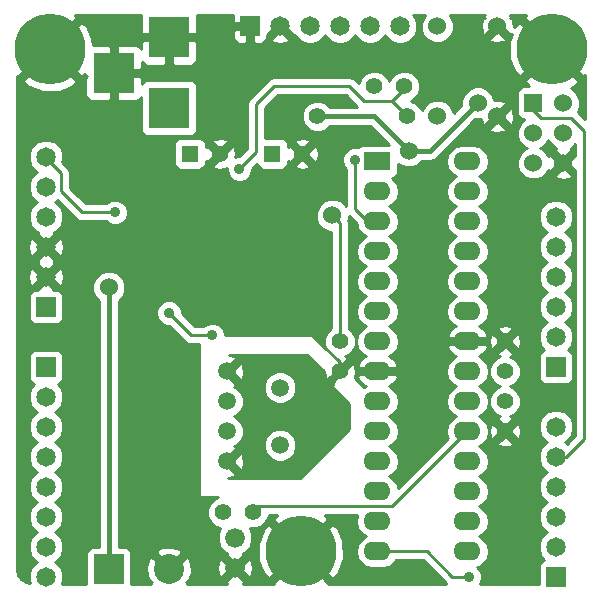
<source format=gbl>
%FSLAX34Y34*%
G04 Gerber Fmt 3.4, Leading zero omitted, Abs format*
G04 (created by PCBNEW (2013-12-28 BZR 4579)-product) date tor 16 jan 2014 22:13:37 CET*
%MOIN*%
G01*
G70*
G90*
G04 APERTURE LIST*
%ADD10C,0.006000*%
%ADD11R,0.100000X0.100000*%
%ADD12C,0.100000*%
%ADD13R,0.055000X0.055000*%
%ADD14C,0.055000*%
%ADD15R,0.137800X0.137800*%
%ADD16O,0.090000X0.062000*%
%ADD17R,0.090000X0.062000*%
%ADD18C,0.236220*%
%ADD19C,0.060000*%
%ADD20C,0.066000*%
%ADD21C,0.059100*%
%ADD22R,0.065000X0.065000*%
%ADD23C,0.065000*%
%ADD24R,0.060000X0.060000*%
%ADD25C,0.035000*%
%ADD26C,0.010000*%
%ADD27C,0.016000*%
%ADD28C,0.032000*%
G04 APERTURE END LIST*
G54D10*
G54D11*
X50800Y-49850D03*
G54D12*
X52800Y-49850D03*
G54D13*
X53500Y-36000D03*
G54D14*
X54500Y-36000D03*
G54D13*
X56250Y-36000D03*
G54D14*
X57250Y-36000D03*
G54D15*
X52803Y-34480D03*
X52803Y-32118D03*
X50953Y-33299D03*
G54D16*
X59750Y-37250D03*
X59750Y-38250D03*
X59750Y-39250D03*
X59750Y-40250D03*
X59750Y-41250D03*
X59750Y-42250D03*
X59750Y-43250D03*
X59750Y-44250D03*
X59750Y-45250D03*
X59750Y-46250D03*
X59750Y-47250D03*
X59750Y-48250D03*
X59750Y-49250D03*
G54D17*
X59750Y-36250D03*
G54D16*
X62750Y-49250D03*
X62750Y-48250D03*
X62750Y-47250D03*
X62750Y-46250D03*
X62750Y-45250D03*
X62750Y-44250D03*
X62750Y-43250D03*
X62750Y-42250D03*
X62750Y-41250D03*
X62750Y-40250D03*
X62750Y-39250D03*
X62750Y-38250D03*
X62750Y-37250D03*
X62750Y-36250D03*
G54D18*
X57192Y-49244D03*
X65559Y-32511D03*
X48826Y-32511D03*
G54D14*
X58500Y-42250D03*
X58500Y-43250D03*
X64000Y-44250D03*
X64000Y-45250D03*
X64000Y-43250D03*
X64000Y-42250D03*
X57750Y-34750D03*
X60750Y-34750D03*
G54D19*
X63750Y-34750D03*
X61750Y-34750D03*
X63750Y-31750D03*
X61750Y-31750D03*
G54D20*
X55000Y-48800D03*
X55000Y-49800D03*
G54D21*
X56500Y-45711D03*
X56500Y-43789D03*
G54D22*
X48700Y-41100D03*
G54D23*
X48700Y-40100D03*
X48700Y-39100D03*
X48700Y-38100D03*
X48700Y-37100D03*
X48700Y-36100D03*
G54D22*
X65700Y-43100D03*
G54D23*
X65700Y-42100D03*
X65700Y-41100D03*
X65700Y-40100D03*
X65700Y-39100D03*
X65700Y-38100D03*
G54D22*
X48700Y-43100D03*
G54D23*
X48700Y-44100D03*
X48700Y-45100D03*
X48700Y-46100D03*
X48700Y-47100D03*
X48700Y-48100D03*
X48700Y-49100D03*
X48700Y-50100D03*
G54D22*
X65700Y-50100D03*
G54D23*
X65700Y-49100D03*
X65700Y-48100D03*
X65700Y-47100D03*
X65700Y-46100D03*
X65700Y-45100D03*
G54D14*
X60650Y-33750D03*
X59650Y-33750D03*
G54D22*
X55500Y-31750D03*
G54D23*
X56500Y-31750D03*
X57500Y-31750D03*
X58500Y-31750D03*
X59500Y-31750D03*
X60500Y-31750D03*
G54D24*
X64950Y-34300D03*
G54D19*
X65950Y-34300D03*
X64950Y-35300D03*
X65950Y-35300D03*
X64950Y-36300D03*
X65950Y-36300D03*
G54D21*
X54750Y-43250D03*
X54750Y-44250D03*
X54750Y-46250D03*
X54750Y-45250D03*
G54D14*
X55600Y-47950D03*
X54600Y-47950D03*
G54D25*
X51000Y-37950D03*
X55150Y-36500D03*
X59000Y-36200D03*
X51900Y-36100D03*
X54250Y-42050D03*
X52800Y-41300D03*
X62800Y-50100D03*
G54D19*
X50800Y-40450D03*
X58250Y-38050D03*
X60800Y-35900D03*
X63100Y-34300D03*
G54D26*
X66650Y-35600D02*
X66650Y-35250D01*
X66200Y-34800D02*
X65200Y-34800D01*
X66650Y-35250D02*
X66200Y-34800D01*
X64950Y-34550D02*
X65200Y-34800D01*
X65700Y-46100D02*
X66050Y-46100D01*
X66050Y-46100D02*
X66650Y-45500D01*
X66650Y-45500D02*
X66650Y-35600D01*
X50500Y-37950D02*
X49900Y-37950D01*
X50500Y-37950D02*
X51000Y-37950D01*
X48700Y-36150D02*
X49200Y-36650D01*
X48700Y-36100D02*
X48700Y-36150D01*
X49900Y-37950D02*
X49200Y-37250D01*
X49200Y-37250D02*
X49200Y-36650D01*
X60240Y-34230D02*
X60240Y-34240D01*
X60240Y-34240D02*
X60750Y-34750D01*
X58800Y-33750D02*
X58810Y-33750D01*
X55150Y-36500D02*
X55700Y-35950D01*
X55700Y-35950D02*
X55700Y-34350D01*
X55700Y-34350D02*
X56300Y-33750D01*
X56300Y-33750D02*
X58800Y-33750D01*
X58810Y-33750D02*
X59290Y-34230D01*
X59290Y-34230D02*
X60240Y-34230D01*
X60240Y-34230D02*
X60740Y-33730D01*
X56600Y-47750D02*
X55800Y-47750D01*
X55800Y-47750D02*
X55600Y-47950D01*
X60250Y-47750D02*
X62750Y-45250D01*
X56600Y-47750D02*
X60250Y-47750D01*
X59000Y-36450D02*
X59000Y-36200D01*
X59750Y-38250D02*
X59400Y-38250D01*
X59000Y-37850D02*
X59000Y-36450D01*
X59400Y-38250D02*
X59000Y-37850D01*
X58500Y-43250D02*
X58500Y-42950D01*
X58500Y-42950D02*
X57550Y-42000D01*
X58500Y-43250D02*
X58500Y-43350D01*
X58500Y-43350D02*
X58300Y-43550D01*
X58500Y-43250D02*
X58400Y-43250D01*
X58400Y-43250D02*
X58200Y-43450D01*
X58500Y-43250D02*
X58150Y-43600D01*
X53550Y-42050D02*
X54250Y-42050D01*
X52800Y-41300D02*
X53550Y-42050D01*
X59750Y-49250D02*
X61400Y-49250D01*
X62250Y-50100D02*
X62800Y-50100D01*
X61400Y-49250D02*
X62250Y-50100D01*
G54D27*
X50800Y-41400D02*
X50800Y-40450D01*
X50800Y-49850D02*
X50800Y-41400D01*
X63100Y-34300D02*
X61500Y-35900D01*
X59650Y-34750D02*
X57750Y-34750D01*
X59650Y-34750D02*
X60800Y-35900D01*
X60800Y-35900D02*
X61500Y-35900D01*
G54D26*
X58500Y-42250D02*
X58500Y-38300D01*
X58500Y-38300D02*
X58250Y-38050D01*
G54D28*
X58250Y-38050D02*
X58200Y-38000D01*
G54D10*
G36*
X58800Y-45167D02*
X57167Y-46800D01*
X57045Y-46800D01*
X57045Y-45602D01*
X57045Y-43680D01*
X56962Y-43480D01*
X56809Y-43326D01*
X56608Y-43243D01*
X56391Y-43243D01*
X56191Y-43326D01*
X56037Y-43479D01*
X55954Y-43680D01*
X55954Y-43897D01*
X56037Y-44097D01*
X56190Y-44251D01*
X56391Y-44334D01*
X56608Y-44334D01*
X56808Y-44251D01*
X56962Y-44098D01*
X57045Y-43897D01*
X57045Y-43680D01*
X57045Y-45602D01*
X56962Y-45402D01*
X56809Y-45248D01*
X56608Y-45165D01*
X56391Y-45165D01*
X56191Y-45248D01*
X56037Y-45401D01*
X55954Y-45602D01*
X55954Y-45819D01*
X56037Y-46019D01*
X56190Y-46173D01*
X56391Y-46256D01*
X56608Y-46256D01*
X56808Y-46173D01*
X56962Y-46020D01*
X57045Y-45819D01*
X57045Y-45602D01*
X57045Y-46800D01*
X55305Y-46800D01*
X55305Y-46280D01*
X55305Y-43280D01*
X55274Y-43065D01*
X55251Y-43009D01*
X55162Y-42978D01*
X54891Y-43250D01*
X55162Y-43521D01*
X55251Y-43490D01*
X55305Y-43280D01*
X55305Y-46280D01*
X55274Y-46065D01*
X55251Y-46009D01*
X55162Y-45978D01*
X54891Y-46250D01*
X55162Y-46521D01*
X55251Y-46490D01*
X55305Y-46280D01*
X55305Y-46800D01*
X54757Y-46800D01*
X54934Y-46774D01*
X54990Y-46751D01*
X55021Y-46662D01*
X54750Y-46391D01*
X54744Y-46396D01*
X54603Y-46255D01*
X54608Y-46250D01*
X54603Y-46244D01*
X54744Y-46103D01*
X54750Y-46108D01*
X55021Y-45837D01*
X54990Y-45748D01*
X54979Y-45745D01*
X55058Y-45712D01*
X55212Y-45559D01*
X55295Y-45358D01*
X55295Y-45141D01*
X55212Y-44941D01*
X55059Y-44787D01*
X54968Y-44750D01*
X55058Y-44712D01*
X55212Y-44559D01*
X55295Y-44358D01*
X55295Y-44141D01*
X55212Y-43941D01*
X55059Y-43787D01*
X54981Y-43755D01*
X54990Y-43751D01*
X55021Y-43662D01*
X54750Y-43391D01*
X54744Y-43396D01*
X54603Y-43255D01*
X54608Y-43250D01*
X54603Y-43244D01*
X54744Y-43103D01*
X54750Y-43108D01*
X55021Y-42837D01*
X54990Y-42748D01*
X54801Y-42700D01*
X57417Y-42700D01*
X57969Y-43252D01*
X57996Y-43431D01*
X58015Y-43478D01*
X58102Y-43506D01*
X58162Y-43445D01*
X58304Y-43587D01*
X58243Y-43647D01*
X58262Y-43704D01*
X58217Y-43750D01*
X58800Y-44332D01*
X58800Y-45167D01*
X58800Y-45167D01*
G37*
G54D26*
X58800Y-45167D02*
X57167Y-46800D01*
X57045Y-46800D01*
X57045Y-45602D01*
X57045Y-43680D01*
X56962Y-43480D01*
X56809Y-43326D01*
X56608Y-43243D01*
X56391Y-43243D01*
X56191Y-43326D01*
X56037Y-43479D01*
X55954Y-43680D01*
X55954Y-43897D01*
X56037Y-44097D01*
X56190Y-44251D01*
X56391Y-44334D01*
X56608Y-44334D01*
X56808Y-44251D01*
X56962Y-44098D01*
X57045Y-43897D01*
X57045Y-43680D01*
X57045Y-45602D01*
X56962Y-45402D01*
X56809Y-45248D01*
X56608Y-45165D01*
X56391Y-45165D01*
X56191Y-45248D01*
X56037Y-45401D01*
X55954Y-45602D01*
X55954Y-45819D01*
X56037Y-46019D01*
X56190Y-46173D01*
X56391Y-46256D01*
X56608Y-46256D01*
X56808Y-46173D01*
X56962Y-46020D01*
X57045Y-45819D01*
X57045Y-45602D01*
X57045Y-46800D01*
X55305Y-46800D01*
X55305Y-46280D01*
X55305Y-43280D01*
X55274Y-43065D01*
X55251Y-43009D01*
X55162Y-42978D01*
X54891Y-43250D01*
X55162Y-43521D01*
X55251Y-43490D01*
X55305Y-43280D01*
X55305Y-46280D01*
X55274Y-46065D01*
X55251Y-46009D01*
X55162Y-45978D01*
X54891Y-46250D01*
X55162Y-46521D01*
X55251Y-46490D01*
X55305Y-46280D01*
X55305Y-46800D01*
X54757Y-46800D01*
X54934Y-46774D01*
X54990Y-46751D01*
X55021Y-46662D01*
X54750Y-46391D01*
X54744Y-46396D01*
X54603Y-46255D01*
X54608Y-46250D01*
X54603Y-46244D01*
X54744Y-46103D01*
X54750Y-46108D01*
X55021Y-45837D01*
X54990Y-45748D01*
X54979Y-45745D01*
X55058Y-45712D01*
X55212Y-45559D01*
X55295Y-45358D01*
X55295Y-45141D01*
X55212Y-44941D01*
X55059Y-44787D01*
X54968Y-44750D01*
X55058Y-44712D01*
X55212Y-44559D01*
X55295Y-44358D01*
X55295Y-44141D01*
X55212Y-43941D01*
X55059Y-43787D01*
X54981Y-43755D01*
X54990Y-43751D01*
X55021Y-43662D01*
X54750Y-43391D01*
X54744Y-43396D01*
X54603Y-43255D01*
X54608Y-43250D01*
X54603Y-43244D01*
X54744Y-43103D01*
X54750Y-43108D01*
X55021Y-42837D01*
X54990Y-42748D01*
X54801Y-42700D01*
X57417Y-42700D01*
X57969Y-43252D01*
X57996Y-43431D01*
X58015Y-43478D01*
X58102Y-43506D01*
X58162Y-43445D01*
X58304Y-43587D01*
X58243Y-43647D01*
X58262Y-43704D01*
X58217Y-43750D01*
X58800Y-44332D01*
X58800Y-45167D01*
G54D10*
G36*
X66670Y-34846D02*
X66421Y-34597D01*
X66499Y-34409D01*
X66500Y-34191D01*
X66416Y-33988D01*
X66261Y-33834D01*
X66194Y-33805D01*
X66333Y-33748D01*
X66473Y-33567D01*
X65559Y-32653D01*
X65417Y-32794D01*
X64644Y-33567D01*
X64784Y-33748D01*
X64788Y-33750D01*
X64600Y-33750D01*
X64508Y-33788D01*
X64438Y-33858D01*
X64400Y-33950D01*
X64400Y-34049D01*
X64400Y-34649D01*
X64438Y-34741D01*
X64508Y-34811D01*
X64600Y-34850D01*
X64622Y-34850D01*
X64484Y-34988D01*
X64400Y-35190D01*
X64399Y-35408D01*
X64483Y-35611D01*
X64638Y-35765D01*
X64719Y-35799D01*
X64638Y-35833D01*
X64484Y-35988D01*
X64400Y-36190D01*
X64399Y-36408D01*
X64483Y-36611D01*
X64638Y-36765D01*
X64840Y-36849D01*
X65058Y-36850D01*
X65261Y-36766D01*
X65415Y-36611D01*
X65444Y-36542D01*
X65444Y-36543D01*
X65534Y-36574D01*
X65808Y-36300D01*
X65534Y-36025D01*
X65444Y-36056D01*
X65444Y-36057D01*
X65416Y-35988D01*
X65261Y-35834D01*
X65180Y-35800D01*
X65261Y-35766D01*
X65415Y-35611D01*
X65449Y-35530D01*
X65483Y-35611D01*
X65638Y-35765D01*
X65707Y-35794D01*
X65706Y-35794D01*
X65675Y-35884D01*
X65950Y-36158D01*
X66224Y-35884D01*
X66193Y-35794D01*
X66192Y-35794D01*
X66261Y-35766D01*
X66350Y-35677D01*
X66350Y-36041D01*
X66091Y-36300D01*
X66350Y-36558D01*
X66350Y-45375D01*
X66069Y-45656D01*
X66026Y-45612D01*
X65995Y-45600D01*
X66025Y-45587D01*
X66187Y-45426D01*
X66274Y-45214D01*
X66275Y-44986D01*
X66275Y-41986D01*
X66187Y-41774D01*
X66026Y-41612D01*
X65995Y-41600D01*
X66025Y-41587D01*
X66187Y-41426D01*
X66274Y-41214D01*
X66275Y-40986D01*
X66187Y-40774D01*
X66026Y-40612D01*
X65995Y-40600D01*
X66025Y-40587D01*
X66187Y-40426D01*
X66274Y-40214D01*
X66275Y-39986D01*
X66187Y-39774D01*
X66026Y-39612D01*
X65995Y-39600D01*
X66025Y-39587D01*
X66187Y-39426D01*
X66274Y-39214D01*
X66275Y-38986D01*
X66187Y-38774D01*
X66026Y-38612D01*
X65995Y-38600D01*
X66025Y-38587D01*
X66187Y-38426D01*
X66274Y-38214D01*
X66275Y-37986D01*
X66224Y-37863D01*
X66224Y-36715D01*
X65950Y-36441D01*
X65675Y-36715D01*
X65706Y-36805D01*
X65918Y-36859D01*
X66135Y-36829D01*
X66193Y-36805D01*
X66224Y-36715D01*
X66224Y-37863D01*
X66187Y-37774D01*
X66026Y-37612D01*
X65814Y-37525D01*
X65586Y-37524D01*
X65374Y-37612D01*
X65212Y-37773D01*
X65125Y-37985D01*
X65124Y-38213D01*
X65212Y-38425D01*
X65373Y-38587D01*
X65404Y-38599D01*
X65374Y-38612D01*
X65212Y-38773D01*
X65125Y-38985D01*
X65124Y-39213D01*
X65212Y-39425D01*
X65373Y-39587D01*
X65404Y-39599D01*
X65374Y-39612D01*
X65212Y-39773D01*
X65125Y-39985D01*
X65124Y-40213D01*
X65212Y-40425D01*
X65373Y-40587D01*
X65404Y-40599D01*
X65374Y-40612D01*
X65212Y-40773D01*
X65125Y-40985D01*
X65124Y-41213D01*
X65212Y-41425D01*
X65373Y-41587D01*
X65404Y-41599D01*
X65374Y-41612D01*
X65212Y-41773D01*
X65125Y-41985D01*
X65124Y-42213D01*
X65212Y-42425D01*
X65315Y-42528D01*
X65233Y-42563D01*
X65163Y-42633D01*
X65125Y-42725D01*
X65125Y-42824D01*
X65125Y-43474D01*
X65163Y-43566D01*
X65233Y-43636D01*
X65325Y-43675D01*
X65424Y-43675D01*
X66074Y-43675D01*
X66166Y-43636D01*
X66236Y-43566D01*
X66275Y-43474D01*
X66275Y-43375D01*
X66275Y-42725D01*
X66236Y-42633D01*
X66166Y-42563D01*
X66084Y-42528D01*
X66187Y-42426D01*
X66274Y-42214D01*
X66275Y-41986D01*
X66275Y-44986D01*
X66187Y-44774D01*
X66026Y-44612D01*
X65814Y-44525D01*
X65586Y-44524D01*
X65374Y-44612D01*
X65212Y-44773D01*
X65125Y-44985D01*
X65124Y-45213D01*
X65212Y-45425D01*
X65373Y-45587D01*
X65404Y-45599D01*
X65374Y-45612D01*
X65212Y-45773D01*
X65125Y-45985D01*
X65124Y-46213D01*
X65212Y-46425D01*
X65373Y-46587D01*
X65404Y-46599D01*
X65374Y-46612D01*
X65212Y-46773D01*
X65125Y-46985D01*
X65124Y-47213D01*
X65212Y-47425D01*
X65373Y-47587D01*
X65404Y-47599D01*
X65374Y-47612D01*
X65212Y-47773D01*
X65125Y-47985D01*
X65124Y-48213D01*
X65212Y-48425D01*
X65373Y-48587D01*
X65404Y-48599D01*
X65374Y-48612D01*
X65212Y-48773D01*
X65125Y-48985D01*
X65124Y-49213D01*
X65212Y-49425D01*
X65315Y-49528D01*
X65233Y-49563D01*
X65163Y-49633D01*
X65125Y-49725D01*
X65125Y-49824D01*
X65125Y-50320D01*
X64534Y-50320D01*
X64534Y-45275D01*
X64534Y-42275D01*
X64503Y-42068D01*
X64484Y-42021D01*
X64397Y-41993D01*
X64309Y-42081D01*
X64309Y-34781D01*
X64279Y-34564D01*
X64255Y-34506D01*
X64165Y-34475D01*
X63891Y-34750D01*
X64165Y-35024D01*
X64255Y-34993D01*
X64309Y-34781D01*
X64309Y-42081D01*
X64256Y-42135D01*
X64256Y-41852D01*
X64228Y-41765D01*
X64025Y-41715D01*
X64024Y-41715D01*
X64024Y-35165D01*
X63750Y-34891D01*
X63475Y-35165D01*
X63506Y-35255D01*
X63718Y-35309D01*
X63935Y-35279D01*
X63993Y-35255D01*
X64024Y-35165D01*
X64024Y-41715D01*
X63818Y-41746D01*
X63771Y-41765D01*
X63743Y-41852D01*
X64000Y-42108D01*
X64256Y-41852D01*
X64256Y-42135D01*
X64141Y-42250D01*
X64397Y-42506D01*
X64484Y-42478D01*
X64534Y-42275D01*
X64534Y-45275D01*
X64525Y-45211D01*
X64525Y-44146D01*
X64445Y-43953D01*
X64297Y-43805D01*
X64164Y-43749D01*
X64297Y-43695D01*
X64444Y-43547D01*
X64524Y-43354D01*
X64525Y-43146D01*
X64445Y-42953D01*
X64297Y-42805D01*
X64175Y-42754D01*
X64181Y-42753D01*
X64228Y-42734D01*
X64256Y-42647D01*
X64000Y-42391D01*
X63858Y-42532D01*
X63858Y-42250D01*
X63602Y-41993D01*
X63515Y-42021D01*
X63465Y-42224D01*
X63496Y-42431D01*
X63515Y-42478D01*
X63602Y-42506D01*
X63858Y-42250D01*
X63858Y-42532D01*
X63743Y-42647D01*
X63771Y-42734D01*
X63835Y-42750D01*
X63703Y-42804D01*
X63555Y-42952D01*
X63475Y-43145D01*
X63474Y-43353D01*
X63554Y-43547D01*
X63702Y-43694D01*
X63835Y-43750D01*
X63703Y-43804D01*
X63555Y-43952D01*
X63475Y-44145D01*
X63474Y-44353D01*
X63554Y-44547D01*
X63702Y-44694D01*
X63824Y-44745D01*
X63818Y-44746D01*
X63771Y-44765D01*
X63743Y-44852D01*
X64000Y-45108D01*
X64256Y-44852D01*
X64228Y-44765D01*
X64164Y-44749D01*
X64297Y-44695D01*
X64444Y-44547D01*
X64524Y-44354D01*
X64525Y-44146D01*
X64525Y-45211D01*
X64503Y-45068D01*
X64484Y-45021D01*
X64397Y-44993D01*
X64141Y-45250D01*
X64397Y-45506D01*
X64484Y-45478D01*
X64534Y-45275D01*
X64534Y-50320D01*
X64256Y-50320D01*
X64256Y-45647D01*
X64000Y-45391D01*
X63858Y-45532D01*
X63858Y-45250D01*
X63602Y-44993D01*
X63515Y-45021D01*
X63465Y-45224D01*
X63496Y-45431D01*
X63515Y-45478D01*
X63602Y-45506D01*
X63858Y-45250D01*
X63858Y-45532D01*
X63743Y-45647D01*
X63771Y-45734D01*
X63974Y-45784D01*
X64181Y-45753D01*
X64228Y-45734D01*
X64256Y-45647D01*
X64256Y-50320D01*
X63168Y-50320D01*
X63224Y-50184D01*
X63225Y-50015D01*
X63160Y-49859D01*
X63076Y-49775D01*
X63118Y-49767D01*
X63299Y-49645D01*
X63421Y-49464D01*
X63463Y-49250D01*
X63421Y-49035D01*
X63299Y-48854D01*
X63144Y-48749D01*
X63299Y-48645D01*
X63421Y-48464D01*
X63463Y-48250D01*
X63421Y-48035D01*
X63299Y-47854D01*
X63144Y-47749D01*
X63299Y-47645D01*
X63421Y-47464D01*
X63463Y-47250D01*
X63421Y-47035D01*
X63299Y-46854D01*
X63144Y-46749D01*
X63299Y-46645D01*
X63421Y-46464D01*
X63463Y-46250D01*
X63421Y-46035D01*
X63299Y-45854D01*
X63144Y-45749D01*
X63299Y-45645D01*
X63421Y-45464D01*
X63463Y-45250D01*
X63421Y-45035D01*
X63299Y-44854D01*
X63144Y-44749D01*
X63299Y-44645D01*
X63421Y-44464D01*
X63463Y-44250D01*
X63421Y-44035D01*
X63299Y-43854D01*
X63144Y-43749D01*
X63299Y-43645D01*
X63421Y-43464D01*
X63463Y-43250D01*
X63463Y-41250D01*
X63421Y-41035D01*
X63299Y-40854D01*
X63144Y-40749D01*
X63299Y-40645D01*
X63421Y-40464D01*
X63463Y-40250D01*
X63421Y-40035D01*
X63299Y-39854D01*
X63144Y-39749D01*
X63299Y-39645D01*
X63421Y-39464D01*
X63463Y-39250D01*
X63421Y-39035D01*
X63299Y-38854D01*
X63144Y-38749D01*
X63299Y-38645D01*
X63421Y-38464D01*
X63463Y-38250D01*
X63421Y-38035D01*
X63299Y-37854D01*
X63144Y-37749D01*
X63299Y-37645D01*
X63421Y-37464D01*
X63463Y-37250D01*
X63421Y-37035D01*
X63299Y-36854D01*
X63144Y-36749D01*
X63299Y-36645D01*
X63421Y-36464D01*
X63463Y-36250D01*
X63421Y-36035D01*
X63299Y-35854D01*
X63118Y-35732D01*
X62903Y-35690D01*
X62596Y-35690D01*
X62381Y-35732D01*
X62200Y-35854D01*
X62078Y-36035D01*
X62036Y-36250D01*
X62078Y-36464D01*
X62200Y-36645D01*
X62355Y-36749D01*
X62200Y-36854D01*
X62078Y-37035D01*
X62036Y-37250D01*
X62078Y-37464D01*
X62200Y-37645D01*
X62355Y-37749D01*
X62200Y-37854D01*
X62078Y-38035D01*
X62036Y-38250D01*
X62078Y-38464D01*
X62200Y-38645D01*
X62355Y-38749D01*
X62200Y-38854D01*
X62078Y-39035D01*
X62036Y-39250D01*
X62078Y-39464D01*
X62200Y-39645D01*
X62355Y-39749D01*
X62200Y-39854D01*
X62078Y-40035D01*
X62036Y-40250D01*
X62078Y-40464D01*
X62200Y-40645D01*
X62355Y-40749D01*
X62200Y-40854D01*
X62078Y-41035D01*
X62036Y-41250D01*
X62078Y-41464D01*
X62200Y-41645D01*
X62352Y-41747D01*
X62349Y-41748D01*
X62177Y-41886D01*
X62081Y-42065D01*
X62122Y-42150D01*
X62650Y-42150D01*
X62650Y-42142D01*
X62850Y-42142D01*
X62850Y-42150D01*
X63377Y-42150D01*
X63418Y-42065D01*
X63322Y-41886D01*
X63150Y-41748D01*
X63147Y-41747D01*
X63299Y-41645D01*
X63421Y-41464D01*
X63463Y-41250D01*
X63463Y-43250D01*
X63421Y-43035D01*
X63299Y-42854D01*
X63147Y-42752D01*
X63150Y-42751D01*
X63322Y-42613D01*
X63418Y-42434D01*
X63377Y-42350D01*
X62850Y-42350D01*
X62850Y-42357D01*
X62650Y-42357D01*
X62650Y-42350D01*
X62122Y-42350D01*
X62081Y-42434D01*
X62177Y-42613D01*
X62349Y-42751D01*
X62352Y-42752D01*
X62200Y-42854D01*
X62078Y-43035D01*
X62036Y-43250D01*
X62078Y-43464D01*
X62200Y-43645D01*
X62355Y-43749D01*
X62200Y-43854D01*
X62078Y-44035D01*
X62036Y-44250D01*
X62078Y-44464D01*
X62200Y-44645D01*
X62355Y-44749D01*
X62200Y-44854D01*
X62078Y-45035D01*
X62036Y-45250D01*
X62078Y-45464D01*
X62091Y-45483D01*
X60440Y-47134D01*
X60421Y-47035D01*
X60299Y-46854D01*
X60144Y-46749D01*
X60299Y-46645D01*
X60421Y-46464D01*
X60463Y-46250D01*
X60421Y-46035D01*
X60299Y-45854D01*
X60144Y-45749D01*
X60299Y-45645D01*
X60421Y-45464D01*
X60463Y-45250D01*
X60421Y-45035D01*
X60299Y-44854D01*
X60144Y-44749D01*
X60299Y-44645D01*
X60421Y-44464D01*
X60463Y-44250D01*
X60421Y-44035D01*
X60299Y-43854D01*
X60147Y-43752D01*
X60150Y-43751D01*
X60322Y-43613D01*
X60418Y-43434D01*
X60377Y-43350D01*
X59850Y-43350D01*
X59850Y-43357D01*
X59650Y-43357D01*
X59650Y-43350D01*
X59122Y-43350D01*
X59081Y-43434D01*
X59177Y-43613D01*
X59349Y-43751D01*
X59352Y-43752D01*
X59312Y-43779D01*
X58989Y-43456D01*
X59034Y-43275D01*
X59003Y-43068D01*
X58984Y-43021D01*
X58897Y-42993D01*
X58641Y-43250D01*
X58646Y-43255D01*
X58505Y-43396D01*
X58500Y-43391D01*
X58450Y-43441D01*
X58450Y-43147D01*
X58494Y-43103D01*
X58500Y-43108D01*
X58756Y-42852D01*
X58728Y-42765D01*
X58664Y-42749D01*
X58797Y-42695D01*
X58944Y-42547D01*
X59024Y-42354D01*
X59025Y-42146D01*
X58945Y-41953D01*
X58800Y-41807D01*
X58800Y-38300D01*
X58781Y-38205D01*
X58799Y-38159D01*
X58799Y-38074D01*
X59051Y-38325D01*
X59078Y-38464D01*
X59200Y-38645D01*
X59355Y-38749D01*
X59200Y-38854D01*
X59078Y-39035D01*
X59036Y-39250D01*
X59078Y-39464D01*
X59200Y-39645D01*
X59355Y-39749D01*
X59200Y-39854D01*
X59078Y-40035D01*
X59036Y-40250D01*
X59078Y-40464D01*
X59200Y-40645D01*
X59355Y-40749D01*
X59200Y-40854D01*
X59078Y-41035D01*
X59036Y-41250D01*
X59078Y-41464D01*
X59200Y-41645D01*
X59355Y-41749D01*
X59200Y-41854D01*
X59078Y-42035D01*
X59036Y-42250D01*
X59078Y-42464D01*
X59200Y-42645D01*
X59352Y-42747D01*
X59349Y-42748D01*
X59177Y-42886D01*
X59081Y-43065D01*
X59122Y-43150D01*
X59650Y-43150D01*
X59650Y-43142D01*
X59850Y-43142D01*
X59850Y-43150D01*
X60377Y-43150D01*
X60418Y-43065D01*
X60322Y-42886D01*
X60150Y-42748D01*
X60147Y-42747D01*
X60299Y-42645D01*
X60421Y-42464D01*
X60463Y-42250D01*
X60421Y-42035D01*
X60299Y-41854D01*
X60144Y-41749D01*
X60299Y-41645D01*
X60421Y-41464D01*
X60463Y-41250D01*
X60421Y-41035D01*
X60299Y-40854D01*
X60144Y-40749D01*
X60299Y-40645D01*
X60421Y-40464D01*
X60463Y-40250D01*
X60421Y-40035D01*
X60299Y-39854D01*
X60144Y-39749D01*
X60299Y-39645D01*
X60421Y-39464D01*
X60463Y-39250D01*
X60421Y-39035D01*
X60299Y-38854D01*
X60144Y-38749D01*
X60299Y-38645D01*
X60421Y-38464D01*
X60463Y-38250D01*
X60421Y-38035D01*
X60299Y-37854D01*
X60144Y-37749D01*
X60299Y-37645D01*
X60421Y-37464D01*
X60463Y-37250D01*
X60421Y-37035D01*
X60299Y-36854D01*
X60233Y-36810D01*
X60249Y-36810D01*
X60341Y-36771D01*
X60411Y-36701D01*
X60450Y-36609D01*
X60450Y-36510D01*
X60450Y-36327D01*
X60488Y-36365D01*
X60690Y-36449D01*
X60908Y-36450D01*
X61111Y-36366D01*
X61247Y-36230D01*
X61500Y-36230D01*
X61626Y-36204D01*
X61626Y-36204D01*
X61733Y-36133D01*
X63016Y-34849D01*
X63208Y-34850D01*
X63220Y-34935D01*
X63244Y-34993D01*
X63334Y-35024D01*
X63608Y-34750D01*
X63603Y-34744D01*
X63744Y-34603D01*
X63750Y-34608D01*
X64024Y-34334D01*
X64024Y-32165D01*
X63750Y-31891D01*
X63608Y-32032D01*
X63475Y-32165D01*
X63506Y-32255D01*
X63718Y-32309D01*
X63935Y-32279D01*
X63993Y-32255D01*
X64024Y-32165D01*
X64024Y-34334D01*
X63993Y-34244D01*
X63781Y-34190D01*
X63650Y-34208D01*
X63650Y-34191D01*
X63566Y-33988D01*
X63411Y-33834D01*
X63209Y-33750D01*
X62991Y-33749D01*
X62788Y-33833D01*
X62634Y-33988D01*
X62550Y-34190D01*
X62549Y-34383D01*
X62297Y-34635D01*
X62216Y-34438D01*
X62061Y-34284D01*
X61859Y-34200D01*
X61641Y-34199D01*
X61438Y-34283D01*
X61284Y-34438D01*
X61236Y-34552D01*
X61195Y-34453D01*
X61047Y-34305D01*
X60864Y-34229D01*
X60947Y-34195D01*
X61094Y-34047D01*
X61174Y-33854D01*
X61175Y-33646D01*
X61095Y-33453D01*
X60947Y-33305D01*
X60754Y-33225D01*
X60546Y-33224D01*
X60353Y-33304D01*
X60205Y-33452D01*
X60149Y-33585D01*
X60095Y-33453D01*
X59947Y-33305D01*
X59754Y-33225D01*
X59546Y-33224D01*
X59353Y-33304D01*
X59205Y-33452D01*
X59126Y-33642D01*
X59022Y-33537D01*
X58924Y-33472D01*
X58810Y-33450D01*
X58800Y-33450D01*
X56792Y-33450D01*
X56792Y-32184D01*
X56500Y-31891D01*
X56207Y-32184D01*
X56241Y-32276D01*
X56462Y-32335D01*
X56689Y-32304D01*
X56758Y-32276D01*
X56792Y-32184D01*
X56792Y-33450D01*
X56300Y-33450D01*
X56185Y-33472D01*
X56087Y-33537D01*
X55487Y-34137D01*
X55422Y-34235D01*
X55400Y-34350D01*
X55400Y-32262D01*
X55400Y-31850D01*
X54987Y-31850D01*
X54925Y-31912D01*
X54925Y-32025D01*
X54925Y-32124D01*
X54963Y-32216D01*
X55033Y-32286D01*
X55125Y-32325D01*
X55337Y-32325D01*
X55400Y-32262D01*
X55400Y-34350D01*
X55400Y-35825D01*
X55150Y-36075D01*
X55065Y-36074D01*
X55017Y-36094D01*
X55034Y-36025D01*
X55003Y-35818D01*
X54984Y-35771D01*
X54897Y-35743D01*
X54756Y-35885D01*
X54756Y-35602D01*
X54728Y-35515D01*
X54525Y-35465D01*
X54318Y-35496D01*
X54271Y-35515D01*
X54243Y-35602D01*
X54500Y-35858D01*
X54756Y-35602D01*
X54756Y-35885D01*
X54641Y-36000D01*
X54646Y-36005D01*
X54505Y-36146D01*
X54500Y-36141D01*
X54358Y-36282D01*
X54358Y-36000D01*
X54102Y-35743D01*
X54025Y-35768D01*
X54025Y-35675D01*
X53986Y-35583D01*
X53916Y-35513D01*
X53824Y-35475D01*
X53742Y-35475D01*
X53742Y-35219D01*
X53742Y-35119D01*
X53742Y-33741D01*
X53742Y-32857D01*
X53742Y-32280D01*
X53679Y-32218D01*
X52903Y-32218D01*
X52903Y-32994D01*
X52965Y-33057D01*
X53442Y-33057D01*
X53541Y-33057D01*
X53633Y-33019D01*
X53704Y-32948D01*
X53742Y-32857D01*
X53742Y-33741D01*
X53704Y-33649D01*
X53633Y-33579D01*
X53541Y-33541D01*
X53442Y-33541D01*
X52703Y-33541D01*
X52703Y-32994D01*
X52703Y-32218D01*
X51926Y-32218D01*
X51864Y-32280D01*
X51864Y-32493D01*
X51854Y-32468D01*
X51783Y-32398D01*
X51691Y-32360D01*
X51592Y-32360D01*
X51115Y-32360D01*
X51053Y-32422D01*
X51053Y-33199D01*
X51829Y-33199D01*
X51892Y-33136D01*
X51892Y-32924D01*
X51902Y-32948D01*
X51972Y-33019D01*
X52064Y-33057D01*
X52163Y-33057D01*
X52640Y-33057D01*
X52703Y-32994D01*
X52703Y-33541D01*
X52064Y-33541D01*
X51972Y-33579D01*
X51902Y-33649D01*
X51892Y-33674D01*
X51892Y-33461D01*
X51829Y-33399D01*
X51053Y-33399D01*
X51053Y-34175D01*
X51115Y-34238D01*
X51592Y-34238D01*
X51691Y-34238D01*
X51783Y-34200D01*
X51854Y-34129D01*
X51864Y-34105D01*
X51864Y-35219D01*
X51902Y-35310D01*
X51972Y-35381D01*
X52064Y-35419D01*
X52163Y-35419D01*
X53541Y-35419D01*
X53633Y-35381D01*
X53704Y-35310D01*
X53742Y-35219D01*
X53742Y-35475D01*
X53725Y-35475D01*
X53175Y-35475D01*
X53083Y-35513D01*
X53013Y-35583D01*
X52975Y-35675D01*
X52975Y-35774D01*
X52975Y-36324D01*
X53013Y-36416D01*
X53083Y-36486D01*
X53175Y-36525D01*
X53274Y-36525D01*
X53824Y-36525D01*
X53916Y-36486D01*
X53986Y-36416D01*
X54025Y-36324D01*
X54025Y-36231D01*
X54102Y-36256D01*
X54358Y-36000D01*
X54358Y-36282D01*
X54243Y-36397D01*
X54271Y-36484D01*
X54474Y-36534D01*
X54681Y-36503D01*
X54725Y-36485D01*
X54724Y-36584D01*
X54789Y-36740D01*
X54908Y-36860D01*
X55065Y-36924D01*
X55234Y-36925D01*
X55390Y-36860D01*
X55510Y-36741D01*
X55574Y-36584D01*
X55575Y-36499D01*
X55732Y-36342D01*
X55763Y-36416D01*
X55833Y-36486D01*
X55925Y-36525D01*
X56024Y-36525D01*
X56574Y-36525D01*
X56666Y-36486D01*
X56736Y-36416D01*
X56775Y-36324D01*
X56775Y-36231D01*
X56852Y-36256D01*
X57108Y-36000D01*
X56852Y-35743D01*
X56775Y-35768D01*
X56775Y-35675D01*
X56736Y-35583D01*
X56666Y-35513D01*
X56574Y-35475D01*
X56475Y-35475D01*
X56000Y-35475D01*
X56000Y-34474D01*
X56424Y-34050D01*
X58685Y-34050D01*
X59055Y-34420D01*
X58162Y-34420D01*
X58047Y-34305D01*
X57854Y-34225D01*
X57646Y-34224D01*
X57453Y-34304D01*
X57305Y-34452D01*
X57225Y-34645D01*
X57224Y-34853D01*
X57304Y-35047D01*
X57452Y-35194D01*
X57645Y-35274D01*
X57853Y-35275D01*
X58047Y-35195D01*
X58162Y-35080D01*
X59513Y-35080D01*
X60123Y-35690D01*
X59250Y-35690D01*
X59158Y-35728D01*
X59103Y-35782D01*
X59084Y-35775D01*
X58915Y-35774D01*
X58759Y-35839D01*
X58639Y-35958D01*
X58575Y-36115D01*
X58574Y-36284D01*
X58639Y-36440D01*
X58700Y-36501D01*
X58700Y-37722D01*
X58561Y-37584D01*
X58359Y-37500D01*
X58141Y-37499D01*
X57938Y-37583D01*
X57784Y-37737D01*
X57784Y-36025D01*
X57753Y-35818D01*
X57734Y-35771D01*
X57647Y-35743D01*
X57506Y-35885D01*
X57506Y-35602D01*
X57478Y-35515D01*
X57275Y-35465D01*
X57068Y-35496D01*
X57021Y-35515D01*
X56993Y-35602D01*
X57250Y-35858D01*
X57506Y-35602D01*
X57506Y-35885D01*
X57391Y-36000D01*
X57647Y-36256D01*
X57734Y-36228D01*
X57784Y-36025D01*
X57784Y-37737D01*
X57784Y-37738D01*
X57700Y-37940D01*
X57699Y-38158D01*
X57783Y-38361D01*
X57938Y-38515D01*
X58140Y-38599D01*
X58200Y-38599D01*
X58200Y-41807D01*
X58055Y-41952D01*
X57975Y-42145D01*
X57974Y-42353D01*
X58036Y-42504D01*
X57582Y-42050D01*
X57506Y-42050D01*
X57506Y-36397D01*
X57250Y-36141D01*
X56993Y-36397D01*
X57021Y-36484D01*
X57224Y-36534D01*
X57431Y-36503D01*
X57478Y-36484D01*
X57506Y-36397D01*
X57506Y-42050D01*
X54675Y-42050D01*
X54675Y-41965D01*
X54610Y-41809D01*
X54491Y-41689D01*
X54334Y-41625D01*
X54165Y-41624D01*
X54009Y-41689D01*
X53948Y-41750D01*
X53674Y-41750D01*
X53224Y-41300D01*
X53225Y-41215D01*
X53160Y-41059D01*
X53041Y-40939D01*
X52884Y-40875D01*
X52715Y-40874D01*
X52559Y-40939D01*
X52439Y-41058D01*
X52375Y-41215D01*
X52374Y-41384D01*
X52439Y-41540D01*
X52558Y-41660D01*
X52715Y-41724D01*
X52800Y-41725D01*
X53337Y-42262D01*
X53435Y-42327D01*
X53435Y-42327D01*
X53550Y-42350D01*
X53800Y-42350D01*
X53800Y-47450D01*
X54435Y-47450D01*
X54303Y-47504D01*
X54155Y-47652D01*
X54075Y-47845D01*
X54074Y-48053D01*
X54154Y-48247D01*
X54302Y-48394D01*
X54495Y-48474D01*
X54506Y-48474D01*
X54420Y-48684D01*
X54419Y-48914D01*
X54508Y-49128D01*
X54671Y-49291D01*
X54722Y-49312D01*
X54703Y-49362D01*
X55000Y-49658D01*
X55296Y-49362D01*
X55277Y-49312D01*
X55328Y-49291D01*
X55491Y-49128D01*
X55579Y-48915D01*
X55580Y-48685D01*
X55492Y-48473D01*
X55495Y-48474D01*
X55703Y-48475D01*
X55897Y-48395D01*
X56044Y-48247D01*
X56124Y-48054D01*
X56124Y-48050D01*
X56385Y-48050D01*
X56278Y-48188D01*
X57192Y-49102D01*
X58107Y-48188D01*
X58000Y-48050D01*
X59076Y-48050D01*
X59036Y-48250D01*
X59078Y-48464D01*
X59200Y-48645D01*
X59355Y-48749D01*
X59200Y-48854D01*
X59078Y-49035D01*
X59036Y-49250D01*
X59078Y-49464D01*
X59200Y-49645D01*
X59381Y-49767D01*
X59596Y-49810D01*
X59903Y-49810D01*
X60118Y-49767D01*
X60299Y-49645D01*
X60363Y-49550D01*
X61275Y-49550D01*
X62037Y-50312D01*
X62050Y-50320D01*
X58631Y-50320D01*
X58631Y-49486D01*
X58615Y-48917D01*
X58429Y-48469D01*
X58248Y-48329D01*
X57334Y-49244D01*
X58248Y-50158D01*
X58429Y-50018D01*
X58631Y-49486D01*
X58631Y-50320D01*
X58091Y-50320D01*
X58107Y-50299D01*
X57192Y-49385D01*
X57051Y-49526D01*
X57051Y-49244D01*
X56137Y-48329D01*
X55956Y-48469D01*
X55754Y-49001D01*
X55770Y-49570D01*
X55956Y-50018D01*
X56137Y-50158D01*
X57051Y-49244D01*
X57051Y-49526D01*
X56278Y-50299D01*
X56294Y-50320D01*
X55590Y-50320D01*
X55590Y-49838D01*
X55560Y-49610D01*
X55530Y-49538D01*
X55437Y-49503D01*
X55141Y-49800D01*
X55437Y-50096D01*
X55530Y-50061D01*
X55590Y-49838D01*
X55590Y-50320D01*
X55265Y-50320D01*
X55296Y-50237D01*
X55000Y-49941D01*
X54858Y-50082D01*
X54858Y-49800D01*
X54562Y-49503D01*
X54469Y-49538D01*
X54409Y-49761D01*
X54439Y-49989D01*
X54469Y-50061D01*
X54562Y-50096D01*
X54858Y-49800D01*
X54858Y-50082D01*
X54703Y-50237D01*
X54734Y-50320D01*
X53560Y-50320D01*
X53409Y-50320D01*
X53410Y-50319D01*
X53362Y-50270D01*
X53472Y-50214D01*
X53560Y-49929D01*
X53533Y-49632D01*
X53472Y-49485D01*
X53362Y-49429D01*
X53220Y-49570D01*
X53220Y-49287D01*
X53164Y-49177D01*
X52879Y-49089D01*
X52582Y-49116D01*
X52435Y-49177D01*
X52379Y-49287D01*
X52800Y-49708D01*
X53220Y-49287D01*
X53220Y-49570D01*
X52941Y-49850D01*
X52946Y-49855D01*
X52805Y-49996D01*
X52800Y-49991D01*
X52794Y-49996D01*
X52658Y-49861D01*
X52653Y-49855D01*
X52658Y-49850D01*
X52237Y-49429D01*
X52127Y-49485D01*
X52039Y-49770D01*
X52066Y-50067D01*
X52127Y-50214D01*
X52237Y-50270D01*
X52189Y-50319D01*
X52190Y-50320D01*
X51550Y-50320D01*
X51550Y-50300D01*
X51550Y-49300D01*
X51511Y-49208D01*
X51441Y-49138D01*
X51425Y-49131D01*
X51425Y-37865D01*
X51360Y-37709D01*
X51241Y-37589D01*
X51084Y-37525D01*
X50915Y-37524D01*
X50853Y-37550D01*
X50853Y-34175D01*
X50853Y-33399D01*
X50845Y-33399D01*
X50845Y-33199D01*
X50853Y-33199D01*
X50853Y-32422D01*
X50790Y-32360D01*
X50313Y-32360D01*
X50254Y-32360D01*
X50248Y-32185D01*
X50063Y-31737D01*
X49882Y-31597D01*
X48968Y-32511D01*
X49882Y-33426D01*
X50014Y-33324D01*
X50014Y-33399D01*
X50076Y-33399D01*
X50014Y-33461D01*
X50014Y-34038D01*
X50052Y-34129D01*
X50122Y-34200D01*
X50214Y-34238D01*
X50313Y-34238D01*
X50790Y-34238D01*
X50853Y-34175D01*
X50853Y-37550D01*
X50759Y-37589D01*
X50698Y-37650D01*
X50500Y-37650D01*
X50024Y-37650D01*
X49741Y-37366D01*
X49741Y-33567D01*
X48826Y-32653D01*
X47912Y-33567D01*
X48052Y-33748D01*
X48584Y-33950D01*
X49153Y-33933D01*
X49601Y-33748D01*
X49741Y-33567D01*
X49741Y-37366D01*
X49500Y-37125D01*
X49500Y-36650D01*
X49477Y-36535D01*
X49412Y-36437D01*
X49412Y-36437D01*
X49249Y-36275D01*
X49274Y-36214D01*
X49275Y-35986D01*
X49187Y-35774D01*
X49026Y-35612D01*
X48814Y-35525D01*
X48586Y-35524D01*
X48374Y-35612D01*
X48212Y-35773D01*
X48125Y-35985D01*
X48124Y-36213D01*
X48212Y-36425D01*
X48373Y-36587D01*
X48404Y-36599D01*
X48374Y-36612D01*
X48212Y-36773D01*
X48125Y-36985D01*
X48124Y-37213D01*
X48212Y-37425D01*
X48373Y-37587D01*
X48404Y-37599D01*
X48374Y-37612D01*
X48212Y-37773D01*
X48125Y-37985D01*
X48124Y-38213D01*
X48212Y-38425D01*
X48373Y-38587D01*
X48428Y-38609D01*
X48407Y-38665D01*
X48700Y-38958D01*
X48992Y-38665D01*
X48972Y-38609D01*
X49025Y-38587D01*
X49187Y-38426D01*
X49274Y-38214D01*
X49275Y-37986D01*
X49187Y-37774D01*
X49026Y-37612D01*
X48995Y-37600D01*
X49025Y-37587D01*
X49069Y-37543D01*
X49687Y-38162D01*
X49746Y-38201D01*
X49785Y-38227D01*
X49785Y-38227D01*
X49900Y-38250D01*
X50500Y-38250D01*
X50698Y-38250D01*
X50758Y-38310D01*
X50915Y-38374D01*
X51084Y-38375D01*
X51240Y-38310D01*
X51360Y-38191D01*
X51424Y-38034D01*
X51425Y-37865D01*
X51425Y-49131D01*
X51349Y-49100D01*
X51250Y-49100D01*
X51130Y-49100D01*
X51130Y-41400D01*
X51130Y-40897D01*
X51265Y-40761D01*
X51349Y-40559D01*
X51350Y-40341D01*
X51266Y-40138D01*
X51111Y-39984D01*
X50909Y-39900D01*
X50691Y-39899D01*
X50488Y-39983D01*
X50334Y-40138D01*
X50250Y-40340D01*
X50249Y-40558D01*
X50333Y-40761D01*
X50470Y-40897D01*
X50470Y-41400D01*
X50470Y-49100D01*
X50250Y-49100D01*
X50158Y-49138D01*
X50088Y-49208D01*
X50050Y-49300D01*
X50050Y-49399D01*
X50050Y-50320D01*
X49285Y-50320D01*
X49285Y-40137D01*
X49285Y-39137D01*
X49254Y-38910D01*
X49226Y-38841D01*
X49134Y-38807D01*
X48841Y-39100D01*
X49134Y-39392D01*
X49226Y-39358D01*
X49285Y-39137D01*
X49285Y-40137D01*
X49254Y-39910D01*
X49226Y-39841D01*
X49134Y-39807D01*
X48992Y-39948D01*
X48992Y-39665D01*
X48968Y-39600D01*
X48992Y-39534D01*
X48700Y-39241D01*
X48558Y-39382D01*
X48558Y-39100D01*
X48265Y-38807D01*
X48173Y-38841D01*
X48114Y-39062D01*
X48145Y-39289D01*
X48173Y-39358D01*
X48265Y-39392D01*
X48558Y-39100D01*
X48558Y-39382D01*
X48407Y-39534D01*
X48431Y-39600D01*
X48407Y-39665D01*
X48700Y-39958D01*
X48992Y-39665D01*
X48992Y-39948D01*
X48841Y-40100D01*
X49134Y-40392D01*
X49226Y-40358D01*
X49285Y-40137D01*
X49285Y-50320D01*
X49231Y-50320D01*
X49274Y-50214D01*
X49275Y-49986D01*
X49187Y-49774D01*
X49026Y-49612D01*
X48995Y-49600D01*
X49025Y-49587D01*
X49187Y-49426D01*
X49274Y-49214D01*
X49275Y-48986D01*
X49187Y-48774D01*
X49026Y-48612D01*
X48995Y-48600D01*
X49025Y-48587D01*
X49187Y-48426D01*
X49274Y-48214D01*
X49275Y-47986D01*
X49187Y-47774D01*
X49026Y-47612D01*
X48995Y-47600D01*
X49025Y-47587D01*
X49187Y-47426D01*
X49274Y-47214D01*
X49275Y-46986D01*
X49187Y-46774D01*
X49026Y-46612D01*
X48995Y-46600D01*
X49025Y-46587D01*
X49187Y-46426D01*
X49274Y-46214D01*
X49275Y-45986D01*
X49187Y-45774D01*
X49026Y-45612D01*
X48995Y-45600D01*
X49025Y-45587D01*
X49187Y-45426D01*
X49274Y-45214D01*
X49275Y-44986D01*
X49187Y-44774D01*
X49026Y-44612D01*
X48995Y-44600D01*
X49025Y-44587D01*
X49187Y-44426D01*
X49274Y-44214D01*
X49275Y-43986D01*
X49187Y-43774D01*
X49084Y-43671D01*
X49166Y-43636D01*
X49236Y-43566D01*
X49275Y-43474D01*
X49275Y-43375D01*
X49275Y-42725D01*
X49275Y-41474D01*
X49275Y-41375D01*
X49275Y-40725D01*
X49236Y-40633D01*
X49166Y-40563D01*
X49074Y-40525D01*
X48983Y-40525D01*
X48700Y-40241D01*
X48558Y-40382D01*
X48558Y-40100D01*
X48265Y-39807D01*
X48173Y-39841D01*
X48114Y-40062D01*
X48145Y-40289D01*
X48173Y-40358D01*
X48265Y-40392D01*
X48558Y-40100D01*
X48558Y-40382D01*
X48416Y-40525D01*
X48325Y-40525D01*
X48233Y-40563D01*
X48163Y-40633D01*
X48125Y-40725D01*
X48125Y-40824D01*
X48125Y-41474D01*
X48163Y-41566D01*
X48233Y-41636D01*
X48325Y-41675D01*
X48424Y-41675D01*
X49074Y-41675D01*
X49166Y-41636D01*
X49236Y-41566D01*
X49275Y-41474D01*
X49275Y-42725D01*
X49236Y-42633D01*
X49166Y-42563D01*
X49074Y-42525D01*
X48975Y-42525D01*
X48325Y-42525D01*
X48233Y-42563D01*
X48163Y-42633D01*
X48125Y-42725D01*
X48125Y-42824D01*
X48125Y-43474D01*
X48163Y-43566D01*
X48233Y-43636D01*
X48315Y-43671D01*
X48212Y-43773D01*
X48125Y-43985D01*
X48124Y-44213D01*
X48212Y-44425D01*
X48373Y-44587D01*
X48404Y-44599D01*
X48374Y-44612D01*
X48212Y-44773D01*
X48125Y-44985D01*
X48124Y-45213D01*
X48212Y-45425D01*
X48373Y-45587D01*
X48404Y-45599D01*
X48374Y-45612D01*
X48212Y-45773D01*
X48125Y-45985D01*
X48124Y-46213D01*
X48212Y-46425D01*
X48373Y-46587D01*
X48404Y-46599D01*
X48374Y-46612D01*
X48212Y-46773D01*
X48125Y-46985D01*
X48124Y-47213D01*
X48212Y-47425D01*
X48373Y-47587D01*
X48404Y-47599D01*
X48374Y-47612D01*
X48212Y-47773D01*
X48125Y-47985D01*
X48124Y-48213D01*
X48212Y-48425D01*
X48373Y-48587D01*
X48404Y-48599D01*
X48374Y-48612D01*
X48212Y-48773D01*
X48125Y-48985D01*
X48124Y-49213D01*
X48212Y-49425D01*
X48373Y-49587D01*
X48404Y-49599D01*
X48374Y-49612D01*
X48212Y-49773D01*
X48125Y-49985D01*
X48124Y-50213D01*
X48163Y-50307D01*
X48022Y-50279D01*
X47871Y-50178D01*
X47770Y-50027D01*
X47729Y-49822D01*
X47729Y-33394D01*
X47771Y-33426D01*
X48685Y-32511D01*
X48679Y-32506D01*
X48821Y-32364D01*
X48826Y-32370D01*
X49741Y-31456D01*
X49681Y-31379D01*
X51864Y-31379D01*
X51864Y-31379D01*
X51864Y-31955D01*
X51926Y-32018D01*
X52703Y-32018D01*
X52703Y-32010D01*
X52903Y-32010D01*
X52903Y-32018D01*
X53679Y-32018D01*
X53742Y-31955D01*
X53742Y-31379D01*
X53742Y-31379D01*
X54925Y-31379D01*
X54925Y-31474D01*
X54925Y-31587D01*
X54987Y-31650D01*
X55400Y-31650D01*
X55400Y-31642D01*
X55600Y-31642D01*
X55600Y-31650D01*
X55607Y-31650D01*
X55607Y-31850D01*
X55600Y-31850D01*
X55600Y-32262D01*
X55662Y-32325D01*
X55874Y-32325D01*
X55966Y-32286D01*
X56036Y-32216D01*
X56075Y-32124D01*
X56075Y-32033D01*
X56358Y-31750D01*
X56353Y-31744D01*
X56494Y-31603D01*
X56500Y-31608D01*
X56505Y-31603D01*
X56646Y-31744D01*
X56641Y-31750D01*
X56934Y-32042D01*
X56990Y-32022D01*
X57012Y-32075D01*
X57173Y-32237D01*
X57385Y-32324D01*
X57613Y-32325D01*
X57825Y-32237D01*
X57987Y-32076D01*
X57999Y-32045D01*
X58012Y-32075D01*
X58173Y-32237D01*
X58385Y-32324D01*
X58613Y-32325D01*
X58825Y-32237D01*
X58987Y-32076D01*
X58999Y-32045D01*
X59012Y-32075D01*
X59173Y-32237D01*
X59385Y-32324D01*
X59613Y-32325D01*
X59825Y-32237D01*
X59987Y-32076D01*
X59999Y-32045D01*
X60012Y-32075D01*
X60173Y-32237D01*
X60385Y-32324D01*
X60613Y-32325D01*
X60825Y-32237D01*
X60987Y-32076D01*
X61074Y-31864D01*
X61075Y-31636D01*
X60987Y-31424D01*
X60942Y-31379D01*
X61342Y-31379D01*
X61284Y-31438D01*
X61200Y-31640D01*
X61199Y-31858D01*
X61283Y-32061D01*
X61438Y-32215D01*
X61640Y-32299D01*
X61858Y-32300D01*
X62061Y-32216D01*
X62215Y-32061D01*
X62299Y-31859D01*
X62300Y-31641D01*
X62216Y-31438D01*
X62157Y-31379D01*
X63328Y-31379D01*
X63283Y-31424D01*
X63334Y-31475D01*
X63244Y-31506D01*
X63190Y-31718D01*
X63220Y-31935D01*
X63244Y-31993D01*
X63334Y-32024D01*
X63608Y-31750D01*
X63603Y-31744D01*
X63744Y-31603D01*
X63750Y-31608D01*
X63755Y-31603D01*
X63896Y-31744D01*
X63891Y-31750D01*
X64165Y-32024D01*
X64220Y-32005D01*
X64120Y-32269D01*
X64136Y-32838D01*
X64322Y-33286D01*
X64503Y-33426D01*
X65417Y-32511D01*
X64503Y-31597D01*
X64322Y-31737D01*
X64308Y-31773D01*
X64279Y-31564D01*
X64255Y-31506D01*
X64165Y-31475D01*
X64216Y-31424D01*
X64171Y-31379D01*
X64703Y-31379D01*
X64644Y-31456D01*
X65559Y-32370D01*
X65564Y-32364D01*
X65706Y-32506D01*
X65700Y-32511D01*
X66614Y-33426D01*
X66670Y-33383D01*
X66670Y-34846D01*
X66670Y-34846D01*
G37*
G54D26*
X66670Y-34846D02*
X66421Y-34597D01*
X66499Y-34409D01*
X66500Y-34191D01*
X66416Y-33988D01*
X66261Y-33834D01*
X66194Y-33805D01*
X66333Y-33748D01*
X66473Y-33567D01*
X65559Y-32653D01*
X65417Y-32794D01*
X64644Y-33567D01*
X64784Y-33748D01*
X64788Y-33750D01*
X64600Y-33750D01*
X64508Y-33788D01*
X64438Y-33858D01*
X64400Y-33950D01*
X64400Y-34049D01*
X64400Y-34649D01*
X64438Y-34741D01*
X64508Y-34811D01*
X64600Y-34850D01*
X64622Y-34850D01*
X64484Y-34988D01*
X64400Y-35190D01*
X64399Y-35408D01*
X64483Y-35611D01*
X64638Y-35765D01*
X64719Y-35799D01*
X64638Y-35833D01*
X64484Y-35988D01*
X64400Y-36190D01*
X64399Y-36408D01*
X64483Y-36611D01*
X64638Y-36765D01*
X64840Y-36849D01*
X65058Y-36850D01*
X65261Y-36766D01*
X65415Y-36611D01*
X65444Y-36542D01*
X65444Y-36543D01*
X65534Y-36574D01*
X65808Y-36300D01*
X65534Y-36025D01*
X65444Y-36056D01*
X65444Y-36057D01*
X65416Y-35988D01*
X65261Y-35834D01*
X65180Y-35800D01*
X65261Y-35766D01*
X65415Y-35611D01*
X65449Y-35530D01*
X65483Y-35611D01*
X65638Y-35765D01*
X65707Y-35794D01*
X65706Y-35794D01*
X65675Y-35884D01*
X65950Y-36158D01*
X66224Y-35884D01*
X66193Y-35794D01*
X66192Y-35794D01*
X66261Y-35766D01*
X66350Y-35677D01*
X66350Y-36041D01*
X66091Y-36300D01*
X66350Y-36558D01*
X66350Y-45375D01*
X66069Y-45656D01*
X66026Y-45612D01*
X65995Y-45600D01*
X66025Y-45587D01*
X66187Y-45426D01*
X66274Y-45214D01*
X66275Y-44986D01*
X66275Y-41986D01*
X66187Y-41774D01*
X66026Y-41612D01*
X65995Y-41600D01*
X66025Y-41587D01*
X66187Y-41426D01*
X66274Y-41214D01*
X66275Y-40986D01*
X66187Y-40774D01*
X66026Y-40612D01*
X65995Y-40600D01*
X66025Y-40587D01*
X66187Y-40426D01*
X66274Y-40214D01*
X66275Y-39986D01*
X66187Y-39774D01*
X66026Y-39612D01*
X65995Y-39600D01*
X66025Y-39587D01*
X66187Y-39426D01*
X66274Y-39214D01*
X66275Y-38986D01*
X66187Y-38774D01*
X66026Y-38612D01*
X65995Y-38600D01*
X66025Y-38587D01*
X66187Y-38426D01*
X66274Y-38214D01*
X66275Y-37986D01*
X66224Y-37863D01*
X66224Y-36715D01*
X65950Y-36441D01*
X65675Y-36715D01*
X65706Y-36805D01*
X65918Y-36859D01*
X66135Y-36829D01*
X66193Y-36805D01*
X66224Y-36715D01*
X66224Y-37863D01*
X66187Y-37774D01*
X66026Y-37612D01*
X65814Y-37525D01*
X65586Y-37524D01*
X65374Y-37612D01*
X65212Y-37773D01*
X65125Y-37985D01*
X65124Y-38213D01*
X65212Y-38425D01*
X65373Y-38587D01*
X65404Y-38599D01*
X65374Y-38612D01*
X65212Y-38773D01*
X65125Y-38985D01*
X65124Y-39213D01*
X65212Y-39425D01*
X65373Y-39587D01*
X65404Y-39599D01*
X65374Y-39612D01*
X65212Y-39773D01*
X65125Y-39985D01*
X65124Y-40213D01*
X65212Y-40425D01*
X65373Y-40587D01*
X65404Y-40599D01*
X65374Y-40612D01*
X65212Y-40773D01*
X65125Y-40985D01*
X65124Y-41213D01*
X65212Y-41425D01*
X65373Y-41587D01*
X65404Y-41599D01*
X65374Y-41612D01*
X65212Y-41773D01*
X65125Y-41985D01*
X65124Y-42213D01*
X65212Y-42425D01*
X65315Y-42528D01*
X65233Y-42563D01*
X65163Y-42633D01*
X65125Y-42725D01*
X65125Y-42824D01*
X65125Y-43474D01*
X65163Y-43566D01*
X65233Y-43636D01*
X65325Y-43675D01*
X65424Y-43675D01*
X66074Y-43675D01*
X66166Y-43636D01*
X66236Y-43566D01*
X66275Y-43474D01*
X66275Y-43375D01*
X66275Y-42725D01*
X66236Y-42633D01*
X66166Y-42563D01*
X66084Y-42528D01*
X66187Y-42426D01*
X66274Y-42214D01*
X66275Y-41986D01*
X66275Y-44986D01*
X66187Y-44774D01*
X66026Y-44612D01*
X65814Y-44525D01*
X65586Y-44524D01*
X65374Y-44612D01*
X65212Y-44773D01*
X65125Y-44985D01*
X65124Y-45213D01*
X65212Y-45425D01*
X65373Y-45587D01*
X65404Y-45599D01*
X65374Y-45612D01*
X65212Y-45773D01*
X65125Y-45985D01*
X65124Y-46213D01*
X65212Y-46425D01*
X65373Y-46587D01*
X65404Y-46599D01*
X65374Y-46612D01*
X65212Y-46773D01*
X65125Y-46985D01*
X65124Y-47213D01*
X65212Y-47425D01*
X65373Y-47587D01*
X65404Y-47599D01*
X65374Y-47612D01*
X65212Y-47773D01*
X65125Y-47985D01*
X65124Y-48213D01*
X65212Y-48425D01*
X65373Y-48587D01*
X65404Y-48599D01*
X65374Y-48612D01*
X65212Y-48773D01*
X65125Y-48985D01*
X65124Y-49213D01*
X65212Y-49425D01*
X65315Y-49528D01*
X65233Y-49563D01*
X65163Y-49633D01*
X65125Y-49725D01*
X65125Y-49824D01*
X65125Y-50320D01*
X64534Y-50320D01*
X64534Y-45275D01*
X64534Y-42275D01*
X64503Y-42068D01*
X64484Y-42021D01*
X64397Y-41993D01*
X64309Y-42081D01*
X64309Y-34781D01*
X64279Y-34564D01*
X64255Y-34506D01*
X64165Y-34475D01*
X63891Y-34750D01*
X64165Y-35024D01*
X64255Y-34993D01*
X64309Y-34781D01*
X64309Y-42081D01*
X64256Y-42135D01*
X64256Y-41852D01*
X64228Y-41765D01*
X64025Y-41715D01*
X64024Y-41715D01*
X64024Y-35165D01*
X63750Y-34891D01*
X63475Y-35165D01*
X63506Y-35255D01*
X63718Y-35309D01*
X63935Y-35279D01*
X63993Y-35255D01*
X64024Y-35165D01*
X64024Y-41715D01*
X63818Y-41746D01*
X63771Y-41765D01*
X63743Y-41852D01*
X64000Y-42108D01*
X64256Y-41852D01*
X64256Y-42135D01*
X64141Y-42250D01*
X64397Y-42506D01*
X64484Y-42478D01*
X64534Y-42275D01*
X64534Y-45275D01*
X64525Y-45211D01*
X64525Y-44146D01*
X64445Y-43953D01*
X64297Y-43805D01*
X64164Y-43749D01*
X64297Y-43695D01*
X64444Y-43547D01*
X64524Y-43354D01*
X64525Y-43146D01*
X64445Y-42953D01*
X64297Y-42805D01*
X64175Y-42754D01*
X64181Y-42753D01*
X64228Y-42734D01*
X64256Y-42647D01*
X64000Y-42391D01*
X63858Y-42532D01*
X63858Y-42250D01*
X63602Y-41993D01*
X63515Y-42021D01*
X63465Y-42224D01*
X63496Y-42431D01*
X63515Y-42478D01*
X63602Y-42506D01*
X63858Y-42250D01*
X63858Y-42532D01*
X63743Y-42647D01*
X63771Y-42734D01*
X63835Y-42750D01*
X63703Y-42804D01*
X63555Y-42952D01*
X63475Y-43145D01*
X63474Y-43353D01*
X63554Y-43547D01*
X63702Y-43694D01*
X63835Y-43750D01*
X63703Y-43804D01*
X63555Y-43952D01*
X63475Y-44145D01*
X63474Y-44353D01*
X63554Y-44547D01*
X63702Y-44694D01*
X63824Y-44745D01*
X63818Y-44746D01*
X63771Y-44765D01*
X63743Y-44852D01*
X64000Y-45108D01*
X64256Y-44852D01*
X64228Y-44765D01*
X64164Y-44749D01*
X64297Y-44695D01*
X64444Y-44547D01*
X64524Y-44354D01*
X64525Y-44146D01*
X64525Y-45211D01*
X64503Y-45068D01*
X64484Y-45021D01*
X64397Y-44993D01*
X64141Y-45250D01*
X64397Y-45506D01*
X64484Y-45478D01*
X64534Y-45275D01*
X64534Y-50320D01*
X64256Y-50320D01*
X64256Y-45647D01*
X64000Y-45391D01*
X63858Y-45532D01*
X63858Y-45250D01*
X63602Y-44993D01*
X63515Y-45021D01*
X63465Y-45224D01*
X63496Y-45431D01*
X63515Y-45478D01*
X63602Y-45506D01*
X63858Y-45250D01*
X63858Y-45532D01*
X63743Y-45647D01*
X63771Y-45734D01*
X63974Y-45784D01*
X64181Y-45753D01*
X64228Y-45734D01*
X64256Y-45647D01*
X64256Y-50320D01*
X63168Y-50320D01*
X63224Y-50184D01*
X63225Y-50015D01*
X63160Y-49859D01*
X63076Y-49775D01*
X63118Y-49767D01*
X63299Y-49645D01*
X63421Y-49464D01*
X63463Y-49250D01*
X63421Y-49035D01*
X63299Y-48854D01*
X63144Y-48749D01*
X63299Y-48645D01*
X63421Y-48464D01*
X63463Y-48250D01*
X63421Y-48035D01*
X63299Y-47854D01*
X63144Y-47749D01*
X63299Y-47645D01*
X63421Y-47464D01*
X63463Y-47250D01*
X63421Y-47035D01*
X63299Y-46854D01*
X63144Y-46749D01*
X63299Y-46645D01*
X63421Y-46464D01*
X63463Y-46250D01*
X63421Y-46035D01*
X63299Y-45854D01*
X63144Y-45749D01*
X63299Y-45645D01*
X63421Y-45464D01*
X63463Y-45250D01*
X63421Y-45035D01*
X63299Y-44854D01*
X63144Y-44749D01*
X63299Y-44645D01*
X63421Y-44464D01*
X63463Y-44250D01*
X63421Y-44035D01*
X63299Y-43854D01*
X63144Y-43749D01*
X63299Y-43645D01*
X63421Y-43464D01*
X63463Y-43250D01*
X63463Y-41250D01*
X63421Y-41035D01*
X63299Y-40854D01*
X63144Y-40749D01*
X63299Y-40645D01*
X63421Y-40464D01*
X63463Y-40250D01*
X63421Y-40035D01*
X63299Y-39854D01*
X63144Y-39749D01*
X63299Y-39645D01*
X63421Y-39464D01*
X63463Y-39250D01*
X63421Y-39035D01*
X63299Y-38854D01*
X63144Y-38749D01*
X63299Y-38645D01*
X63421Y-38464D01*
X63463Y-38250D01*
X63421Y-38035D01*
X63299Y-37854D01*
X63144Y-37749D01*
X63299Y-37645D01*
X63421Y-37464D01*
X63463Y-37250D01*
X63421Y-37035D01*
X63299Y-36854D01*
X63144Y-36749D01*
X63299Y-36645D01*
X63421Y-36464D01*
X63463Y-36250D01*
X63421Y-36035D01*
X63299Y-35854D01*
X63118Y-35732D01*
X62903Y-35690D01*
X62596Y-35690D01*
X62381Y-35732D01*
X62200Y-35854D01*
X62078Y-36035D01*
X62036Y-36250D01*
X62078Y-36464D01*
X62200Y-36645D01*
X62355Y-36749D01*
X62200Y-36854D01*
X62078Y-37035D01*
X62036Y-37250D01*
X62078Y-37464D01*
X62200Y-37645D01*
X62355Y-37749D01*
X62200Y-37854D01*
X62078Y-38035D01*
X62036Y-38250D01*
X62078Y-38464D01*
X62200Y-38645D01*
X62355Y-38749D01*
X62200Y-38854D01*
X62078Y-39035D01*
X62036Y-39250D01*
X62078Y-39464D01*
X62200Y-39645D01*
X62355Y-39749D01*
X62200Y-39854D01*
X62078Y-40035D01*
X62036Y-40250D01*
X62078Y-40464D01*
X62200Y-40645D01*
X62355Y-40749D01*
X62200Y-40854D01*
X62078Y-41035D01*
X62036Y-41250D01*
X62078Y-41464D01*
X62200Y-41645D01*
X62352Y-41747D01*
X62349Y-41748D01*
X62177Y-41886D01*
X62081Y-42065D01*
X62122Y-42150D01*
X62650Y-42150D01*
X62650Y-42142D01*
X62850Y-42142D01*
X62850Y-42150D01*
X63377Y-42150D01*
X63418Y-42065D01*
X63322Y-41886D01*
X63150Y-41748D01*
X63147Y-41747D01*
X63299Y-41645D01*
X63421Y-41464D01*
X63463Y-41250D01*
X63463Y-43250D01*
X63421Y-43035D01*
X63299Y-42854D01*
X63147Y-42752D01*
X63150Y-42751D01*
X63322Y-42613D01*
X63418Y-42434D01*
X63377Y-42350D01*
X62850Y-42350D01*
X62850Y-42357D01*
X62650Y-42357D01*
X62650Y-42350D01*
X62122Y-42350D01*
X62081Y-42434D01*
X62177Y-42613D01*
X62349Y-42751D01*
X62352Y-42752D01*
X62200Y-42854D01*
X62078Y-43035D01*
X62036Y-43250D01*
X62078Y-43464D01*
X62200Y-43645D01*
X62355Y-43749D01*
X62200Y-43854D01*
X62078Y-44035D01*
X62036Y-44250D01*
X62078Y-44464D01*
X62200Y-44645D01*
X62355Y-44749D01*
X62200Y-44854D01*
X62078Y-45035D01*
X62036Y-45250D01*
X62078Y-45464D01*
X62091Y-45483D01*
X60440Y-47134D01*
X60421Y-47035D01*
X60299Y-46854D01*
X60144Y-46749D01*
X60299Y-46645D01*
X60421Y-46464D01*
X60463Y-46250D01*
X60421Y-46035D01*
X60299Y-45854D01*
X60144Y-45749D01*
X60299Y-45645D01*
X60421Y-45464D01*
X60463Y-45250D01*
X60421Y-45035D01*
X60299Y-44854D01*
X60144Y-44749D01*
X60299Y-44645D01*
X60421Y-44464D01*
X60463Y-44250D01*
X60421Y-44035D01*
X60299Y-43854D01*
X60147Y-43752D01*
X60150Y-43751D01*
X60322Y-43613D01*
X60418Y-43434D01*
X60377Y-43350D01*
X59850Y-43350D01*
X59850Y-43357D01*
X59650Y-43357D01*
X59650Y-43350D01*
X59122Y-43350D01*
X59081Y-43434D01*
X59177Y-43613D01*
X59349Y-43751D01*
X59352Y-43752D01*
X59312Y-43779D01*
X58989Y-43456D01*
X59034Y-43275D01*
X59003Y-43068D01*
X58984Y-43021D01*
X58897Y-42993D01*
X58641Y-43250D01*
X58646Y-43255D01*
X58505Y-43396D01*
X58500Y-43391D01*
X58450Y-43441D01*
X58450Y-43147D01*
X58494Y-43103D01*
X58500Y-43108D01*
X58756Y-42852D01*
X58728Y-42765D01*
X58664Y-42749D01*
X58797Y-42695D01*
X58944Y-42547D01*
X59024Y-42354D01*
X59025Y-42146D01*
X58945Y-41953D01*
X58800Y-41807D01*
X58800Y-38300D01*
X58781Y-38205D01*
X58799Y-38159D01*
X58799Y-38074D01*
X59051Y-38325D01*
X59078Y-38464D01*
X59200Y-38645D01*
X59355Y-38749D01*
X59200Y-38854D01*
X59078Y-39035D01*
X59036Y-39250D01*
X59078Y-39464D01*
X59200Y-39645D01*
X59355Y-39749D01*
X59200Y-39854D01*
X59078Y-40035D01*
X59036Y-40250D01*
X59078Y-40464D01*
X59200Y-40645D01*
X59355Y-40749D01*
X59200Y-40854D01*
X59078Y-41035D01*
X59036Y-41250D01*
X59078Y-41464D01*
X59200Y-41645D01*
X59355Y-41749D01*
X59200Y-41854D01*
X59078Y-42035D01*
X59036Y-42250D01*
X59078Y-42464D01*
X59200Y-42645D01*
X59352Y-42747D01*
X59349Y-42748D01*
X59177Y-42886D01*
X59081Y-43065D01*
X59122Y-43150D01*
X59650Y-43150D01*
X59650Y-43142D01*
X59850Y-43142D01*
X59850Y-43150D01*
X60377Y-43150D01*
X60418Y-43065D01*
X60322Y-42886D01*
X60150Y-42748D01*
X60147Y-42747D01*
X60299Y-42645D01*
X60421Y-42464D01*
X60463Y-42250D01*
X60421Y-42035D01*
X60299Y-41854D01*
X60144Y-41749D01*
X60299Y-41645D01*
X60421Y-41464D01*
X60463Y-41250D01*
X60421Y-41035D01*
X60299Y-40854D01*
X60144Y-40749D01*
X60299Y-40645D01*
X60421Y-40464D01*
X60463Y-40250D01*
X60421Y-40035D01*
X60299Y-39854D01*
X60144Y-39749D01*
X60299Y-39645D01*
X60421Y-39464D01*
X60463Y-39250D01*
X60421Y-39035D01*
X60299Y-38854D01*
X60144Y-38749D01*
X60299Y-38645D01*
X60421Y-38464D01*
X60463Y-38250D01*
X60421Y-38035D01*
X60299Y-37854D01*
X60144Y-37749D01*
X60299Y-37645D01*
X60421Y-37464D01*
X60463Y-37250D01*
X60421Y-37035D01*
X60299Y-36854D01*
X60233Y-36810D01*
X60249Y-36810D01*
X60341Y-36771D01*
X60411Y-36701D01*
X60450Y-36609D01*
X60450Y-36510D01*
X60450Y-36327D01*
X60488Y-36365D01*
X60690Y-36449D01*
X60908Y-36450D01*
X61111Y-36366D01*
X61247Y-36230D01*
X61500Y-36230D01*
X61626Y-36204D01*
X61626Y-36204D01*
X61733Y-36133D01*
X63016Y-34849D01*
X63208Y-34850D01*
X63220Y-34935D01*
X63244Y-34993D01*
X63334Y-35024D01*
X63608Y-34750D01*
X63603Y-34744D01*
X63744Y-34603D01*
X63750Y-34608D01*
X64024Y-34334D01*
X64024Y-32165D01*
X63750Y-31891D01*
X63608Y-32032D01*
X63475Y-32165D01*
X63506Y-32255D01*
X63718Y-32309D01*
X63935Y-32279D01*
X63993Y-32255D01*
X64024Y-32165D01*
X64024Y-34334D01*
X63993Y-34244D01*
X63781Y-34190D01*
X63650Y-34208D01*
X63650Y-34191D01*
X63566Y-33988D01*
X63411Y-33834D01*
X63209Y-33750D01*
X62991Y-33749D01*
X62788Y-33833D01*
X62634Y-33988D01*
X62550Y-34190D01*
X62549Y-34383D01*
X62297Y-34635D01*
X62216Y-34438D01*
X62061Y-34284D01*
X61859Y-34200D01*
X61641Y-34199D01*
X61438Y-34283D01*
X61284Y-34438D01*
X61236Y-34552D01*
X61195Y-34453D01*
X61047Y-34305D01*
X60864Y-34229D01*
X60947Y-34195D01*
X61094Y-34047D01*
X61174Y-33854D01*
X61175Y-33646D01*
X61095Y-33453D01*
X60947Y-33305D01*
X60754Y-33225D01*
X60546Y-33224D01*
X60353Y-33304D01*
X60205Y-33452D01*
X60149Y-33585D01*
X60095Y-33453D01*
X59947Y-33305D01*
X59754Y-33225D01*
X59546Y-33224D01*
X59353Y-33304D01*
X59205Y-33452D01*
X59126Y-33642D01*
X59022Y-33537D01*
X58924Y-33472D01*
X58810Y-33450D01*
X58800Y-33450D01*
X56792Y-33450D01*
X56792Y-32184D01*
X56500Y-31891D01*
X56207Y-32184D01*
X56241Y-32276D01*
X56462Y-32335D01*
X56689Y-32304D01*
X56758Y-32276D01*
X56792Y-32184D01*
X56792Y-33450D01*
X56300Y-33450D01*
X56185Y-33472D01*
X56087Y-33537D01*
X55487Y-34137D01*
X55422Y-34235D01*
X55400Y-34350D01*
X55400Y-32262D01*
X55400Y-31850D01*
X54987Y-31850D01*
X54925Y-31912D01*
X54925Y-32025D01*
X54925Y-32124D01*
X54963Y-32216D01*
X55033Y-32286D01*
X55125Y-32325D01*
X55337Y-32325D01*
X55400Y-32262D01*
X55400Y-34350D01*
X55400Y-35825D01*
X55150Y-36075D01*
X55065Y-36074D01*
X55017Y-36094D01*
X55034Y-36025D01*
X55003Y-35818D01*
X54984Y-35771D01*
X54897Y-35743D01*
X54756Y-35885D01*
X54756Y-35602D01*
X54728Y-35515D01*
X54525Y-35465D01*
X54318Y-35496D01*
X54271Y-35515D01*
X54243Y-35602D01*
X54500Y-35858D01*
X54756Y-35602D01*
X54756Y-35885D01*
X54641Y-36000D01*
X54646Y-36005D01*
X54505Y-36146D01*
X54500Y-36141D01*
X54358Y-36282D01*
X54358Y-36000D01*
X54102Y-35743D01*
X54025Y-35768D01*
X54025Y-35675D01*
X53986Y-35583D01*
X53916Y-35513D01*
X53824Y-35475D01*
X53742Y-35475D01*
X53742Y-35219D01*
X53742Y-35119D01*
X53742Y-33741D01*
X53742Y-32857D01*
X53742Y-32280D01*
X53679Y-32218D01*
X52903Y-32218D01*
X52903Y-32994D01*
X52965Y-33057D01*
X53442Y-33057D01*
X53541Y-33057D01*
X53633Y-33019D01*
X53704Y-32948D01*
X53742Y-32857D01*
X53742Y-33741D01*
X53704Y-33649D01*
X53633Y-33579D01*
X53541Y-33541D01*
X53442Y-33541D01*
X52703Y-33541D01*
X52703Y-32994D01*
X52703Y-32218D01*
X51926Y-32218D01*
X51864Y-32280D01*
X51864Y-32493D01*
X51854Y-32468D01*
X51783Y-32398D01*
X51691Y-32360D01*
X51592Y-32360D01*
X51115Y-32360D01*
X51053Y-32422D01*
X51053Y-33199D01*
X51829Y-33199D01*
X51892Y-33136D01*
X51892Y-32924D01*
X51902Y-32948D01*
X51972Y-33019D01*
X52064Y-33057D01*
X52163Y-33057D01*
X52640Y-33057D01*
X52703Y-32994D01*
X52703Y-33541D01*
X52064Y-33541D01*
X51972Y-33579D01*
X51902Y-33649D01*
X51892Y-33674D01*
X51892Y-33461D01*
X51829Y-33399D01*
X51053Y-33399D01*
X51053Y-34175D01*
X51115Y-34238D01*
X51592Y-34238D01*
X51691Y-34238D01*
X51783Y-34200D01*
X51854Y-34129D01*
X51864Y-34105D01*
X51864Y-35219D01*
X51902Y-35310D01*
X51972Y-35381D01*
X52064Y-35419D01*
X52163Y-35419D01*
X53541Y-35419D01*
X53633Y-35381D01*
X53704Y-35310D01*
X53742Y-35219D01*
X53742Y-35475D01*
X53725Y-35475D01*
X53175Y-35475D01*
X53083Y-35513D01*
X53013Y-35583D01*
X52975Y-35675D01*
X52975Y-35774D01*
X52975Y-36324D01*
X53013Y-36416D01*
X53083Y-36486D01*
X53175Y-36525D01*
X53274Y-36525D01*
X53824Y-36525D01*
X53916Y-36486D01*
X53986Y-36416D01*
X54025Y-36324D01*
X54025Y-36231D01*
X54102Y-36256D01*
X54358Y-36000D01*
X54358Y-36282D01*
X54243Y-36397D01*
X54271Y-36484D01*
X54474Y-36534D01*
X54681Y-36503D01*
X54725Y-36485D01*
X54724Y-36584D01*
X54789Y-36740D01*
X54908Y-36860D01*
X55065Y-36924D01*
X55234Y-36925D01*
X55390Y-36860D01*
X55510Y-36741D01*
X55574Y-36584D01*
X55575Y-36499D01*
X55732Y-36342D01*
X55763Y-36416D01*
X55833Y-36486D01*
X55925Y-36525D01*
X56024Y-36525D01*
X56574Y-36525D01*
X56666Y-36486D01*
X56736Y-36416D01*
X56775Y-36324D01*
X56775Y-36231D01*
X56852Y-36256D01*
X57108Y-36000D01*
X56852Y-35743D01*
X56775Y-35768D01*
X56775Y-35675D01*
X56736Y-35583D01*
X56666Y-35513D01*
X56574Y-35475D01*
X56475Y-35475D01*
X56000Y-35475D01*
X56000Y-34474D01*
X56424Y-34050D01*
X58685Y-34050D01*
X59055Y-34420D01*
X58162Y-34420D01*
X58047Y-34305D01*
X57854Y-34225D01*
X57646Y-34224D01*
X57453Y-34304D01*
X57305Y-34452D01*
X57225Y-34645D01*
X57224Y-34853D01*
X57304Y-35047D01*
X57452Y-35194D01*
X57645Y-35274D01*
X57853Y-35275D01*
X58047Y-35195D01*
X58162Y-35080D01*
X59513Y-35080D01*
X60123Y-35690D01*
X59250Y-35690D01*
X59158Y-35728D01*
X59103Y-35782D01*
X59084Y-35775D01*
X58915Y-35774D01*
X58759Y-35839D01*
X58639Y-35958D01*
X58575Y-36115D01*
X58574Y-36284D01*
X58639Y-36440D01*
X58700Y-36501D01*
X58700Y-37722D01*
X58561Y-37584D01*
X58359Y-37500D01*
X58141Y-37499D01*
X57938Y-37583D01*
X57784Y-37737D01*
X57784Y-36025D01*
X57753Y-35818D01*
X57734Y-35771D01*
X57647Y-35743D01*
X57506Y-35885D01*
X57506Y-35602D01*
X57478Y-35515D01*
X57275Y-35465D01*
X57068Y-35496D01*
X57021Y-35515D01*
X56993Y-35602D01*
X57250Y-35858D01*
X57506Y-35602D01*
X57506Y-35885D01*
X57391Y-36000D01*
X57647Y-36256D01*
X57734Y-36228D01*
X57784Y-36025D01*
X57784Y-37737D01*
X57784Y-37738D01*
X57700Y-37940D01*
X57699Y-38158D01*
X57783Y-38361D01*
X57938Y-38515D01*
X58140Y-38599D01*
X58200Y-38599D01*
X58200Y-41807D01*
X58055Y-41952D01*
X57975Y-42145D01*
X57974Y-42353D01*
X58036Y-42504D01*
X57582Y-42050D01*
X57506Y-42050D01*
X57506Y-36397D01*
X57250Y-36141D01*
X56993Y-36397D01*
X57021Y-36484D01*
X57224Y-36534D01*
X57431Y-36503D01*
X57478Y-36484D01*
X57506Y-36397D01*
X57506Y-42050D01*
X54675Y-42050D01*
X54675Y-41965D01*
X54610Y-41809D01*
X54491Y-41689D01*
X54334Y-41625D01*
X54165Y-41624D01*
X54009Y-41689D01*
X53948Y-41750D01*
X53674Y-41750D01*
X53224Y-41300D01*
X53225Y-41215D01*
X53160Y-41059D01*
X53041Y-40939D01*
X52884Y-40875D01*
X52715Y-40874D01*
X52559Y-40939D01*
X52439Y-41058D01*
X52375Y-41215D01*
X52374Y-41384D01*
X52439Y-41540D01*
X52558Y-41660D01*
X52715Y-41724D01*
X52800Y-41725D01*
X53337Y-42262D01*
X53435Y-42327D01*
X53435Y-42327D01*
X53550Y-42350D01*
X53800Y-42350D01*
X53800Y-47450D01*
X54435Y-47450D01*
X54303Y-47504D01*
X54155Y-47652D01*
X54075Y-47845D01*
X54074Y-48053D01*
X54154Y-48247D01*
X54302Y-48394D01*
X54495Y-48474D01*
X54506Y-48474D01*
X54420Y-48684D01*
X54419Y-48914D01*
X54508Y-49128D01*
X54671Y-49291D01*
X54722Y-49312D01*
X54703Y-49362D01*
X55000Y-49658D01*
X55296Y-49362D01*
X55277Y-49312D01*
X55328Y-49291D01*
X55491Y-49128D01*
X55579Y-48915D01*
X55580Y-48685D01*
X55492Y-48473D01*
X55495Y-48474D01*
X55703Y-48475D01*
X55897Y-48395D01*
X56044Y-48247D01*
X56124Y-48054D01*
X56124Y-48050D01*
X56385Y-48050D01*
X56278Y-48188D01*
X57192Y-49102D01*
X58107Y-48188D01*
X58000Y-48050D01*
X59076Y-48050D01*
X59036Y-48250D01*
X59078Y-48464D01*
X59200Y-48645D01*
X59355Y-48749D01*
X59200Y-48854D01*
X59078Y-49035D01*
X59036Y-49250D01*
X59078Y-49464D01*
X59200Y-49645D01*
X59381Y-49767D01*
X59596Y-49810D01*
X59903Y-49810D01*
X60118Y-49767D01*
X60299Y-49645D01*
X60363Y-49550D01*
X61275Y-49550D01*
X62037Y-50312D01*
X62050Y-50320D01*
X58631Y-50320D01*
X58631Y-49486D01*
X58615Y-48917D01*
X58429Y-48469D01*
X58248Y-48329D01*
X57334Y-49244D01*
X58248Y-50158D01*
X58429Y-50018D01*
X58631Y-49486D01*
X58631Y-50320D01*
X58091Y-50320D01*
X58107Y-50299D01*
X57192Y-49385D01*
X57051Y-49526D01*
X57051Y-49244D01*
X56137Y-48329D01*
X55956Y-48469D01*
X55754Y-49001D01*
X55770Y-49570D01*
X55956Y-50018D01*
X56137Y-50158D01*
X57051Y-49244D01*
X57051Y-49526D01*
X56278Y-50299D01*
X56294Y-50320D01*
X55590Y-50320D01*
X55590Y-49838D01*
X55560Y-49610D01*
X55530Y-49538D01*
X55437Y-49503D01*
X55141Y-49800D01*
X55437Y-50096D01*
X55530Y-50061D01*
X55590Y-49838D01*
X55590Y-50320D01*
X55265Y-50320D01*
X55296Y-50237D01*
X55000Y-49941D01*
X54858Y-50082D01*
X54858Y-49800D01*
X54562Y-49503D01*
X54469Y-49538D01*
X54409Y-49761D01*
X54439Y-49989D01*
X54469Y-50061D01*
X54562Y-50096D01*
X54858Y-49800D01*
X54858Y-50082D01*
X54703Y-50237D01*
X54734Y-50320D01*
X53560Y-50320D01*
X53409Y-50320D01*
X53410Y-50319D01*
X53362Y-50270D01*
X53472Y-50214D01*
X53560Y-49929D01*
X53533Y-49632D01*
X53472Y-49485D01*
X53362Y-49429D01*
X53220Y-49570D01*
X53220Y-49287D01*
X53164Y-49177D01*
X52879Y-49089D01*
X52582Y-49116D01*
X52435Y-49177D01*
X52379Y-49287D01*
X52800Y-49708D01*
X53220Y-49287D01*
X53220Y-49570D01*
X52941Y-49850D01*
X52946Y-49855D01*
X52805Y-49996D01*
X52800Y-49991D01*
X52794Y-49996D01*
X52658Y-49861D01*
X52653Y-49855D01*
X52658Y-49850D01*
X52237Y-49429D01*
X52127Y-49485D01*
X52039Y-49770D01*
X52066Y-50067D01*
X52127Y-50214D01*
X52237Y-50270D01*
X52189Y-50319D01*
X52190Y-50320D01*
X51550Y-50320D01*
X51550Y-50300D01*
X51550Y-49300D01*
X51511Y-49208D01*
X51441Y-49138D01*
X51425Y-49131D01*
X51425Y-37865D01*
X51360Y-37709D01*
X51241Y-37589D01*
X51084Y-37525D01*
X50915Y-37524D01*
X50853Y-37550D01*
X50853Y-34175D01*
X50853Y-33399D01*
X50845Y-33399D01*
X50845Y-33199D01*
X50853Y-33199D01*
X50853Y-32422D01*
X50790Y-32360D01*
X50313Y-32360D01*
X50254Y-32360D01*
X50248Y-32185D01*
X50063Y-31737D01*
X49882Y-31597D01*
X48968Y-32511D01*
X49882Y-33426D01*
X50014Y-33324D01*
X50014Y-33399D01*
X50076Y-33399D01*
X50014Y-33461D01*
X50014Y-34038D01*
X50052Y-34129D01*
X50122Y-34200D01*
X50214Y-34238D01*
X50313Y-34238D01*
X50790Y-34238D01*
X50853Y-34175D01*
X50853Y-37550D01*
X50759Y-37589D01*
X50698Y-37650D01*
X50500Y-37650D01*
X50024Y-37650D01*
X49741Y-37366D01*
X49741Y-33567D01*
X48826Y-32653D01*
X47912Y-33567D01*
X48052Y-33748D01*
X48584Y-33950D01*
X49153Y-33933D01*
X49601Y-33748D01*
X49741Y-33567D01*
X49741Y-37366D01*
X49500Y-37125D01*
X49500Y-36650D01*
X49477Y-36535D01*
X49412Y-36437D01*
X49412Y-36437D01*
X49249Y-36275D01*
X49274Y-36214D01*
X49275Y-35986D01*
X49187Y-35774D01*
X49026Y-35612D01*
X48814Y-35525D01*
X48586Y-35524D01*
X48374Y-35612D01*
X48212Y-35773D01*
X48125Y-35985D01*
X48124Y-36213D01*
X48212Y-36425D01*
X48373Y-36587D01*
X48404Y-36599D01*
X48374Y-36612D01*
X48212Y-36773D01*
X48125Y-36985D01*
X48124Y-37213D01*
X48212Y-37425D01*
X48373Y-37587D01*
X48404Y-37599D01*
X48374Y-37612D01*
X48212Y-37773D01*
X48125Y-37985D01*
X48124Y-38213D01*
X48212Y-38425D01*
X48373Y-38587D01*
X48428Y-38609D01*
X48407Y-38665D01*
X48700Y-38958D01*
X48992Y-38665D01*
X48972Y-38609D01*
X49025Y-38587D01*
X49187Y-38426D01*
X49274Y-38214D01*
X49275Y-37986D01*
X49187Y-37774D01*
X49026Y-37612D01*
X48995Y-37600D01*
X49025Y-37587D01*
X49069Y-37543D01*
X49687Y-38162D01*
X49746Y-38201D01*
X49785Y-38227D01*
X49785Y-38227D01*
X49900Y-38250D01*
X50500Y-38250D01*
X50698Y-38250D01*
X50758Y-38310D01*
X50915Y-38374D01*
X51084Y-38375D01*
X51240Y-38310D01*
X51360Y-38191D01*
X51424Y-38034D01*
X51425Y-37865D01*
X51425Y-49131D01*
X51349Y-49100D01*
X51250Y-49100D01*
X51130Y-49100D01*
X51130Y-41400D01*
X51130Y-40897D01*
X51265Y-40761D01*
X51349Y-40559D01*
X51350Y-40341D01*
X51266Y-40138D01*
X51111Y-39984D01*
X50909Y-39900D01*
X50691Y-39899D01*
X50488Y-39983D01*
X50334Y-40138D01*
X50250Y-40340D01*
X50249Y-40558D01*
X50333Y-40761D01*
X50470Y-40897D01*
X50470Y-41400D01*
X50470Y-49100D01*
X50250Y-49100D01*
X50158Y-49138D01*
X50088Y-49208D01*
X50050Y-49300D01*
X50050Y-49399D01*
X50050Y-50320D01*
X49285Y-50320D01*
X49285Y-40137D01*
X49285Y-39137D01*
X49254Y-38910D01*
X49226Y-38841D01*
X49134Y-38807D01*
X48841Y-39100D01*
X49134Y-39392D01*
X49226Y-39358D01*
X49285Y-39137D01*
X49285Y-40137D01*
X49254Y-39910D01*
X49226Y-39841D01*
X49134Y-39807D01*
X48992Y-39948D01*
X48992Y-39665D01*
X48968Y-39600D01*
X48992Y-39534D01*
X48700Y-39241D01*
X48558Y-39382D01*
X48558Y-39100D01*
X48265Y-38807D01*
X48173Y-38841D01*
X48114Y-39062D01*
X48145Y-39289D01*
X48173Y-39358D01*
X48265Y-39392D01*
X48558Y-39100D01*
X48558Y-39382D01*
X48407Y-39534D01*
X48431Y-39600D01*
X48407Y-39665D01*
X48700Y-39958D01*
X48992Y-39665D01*
X48992Y-39948D01*
X48841Y-40100D01*
X49134Y-40392D01*
X49226Y-40358D01*
X49285Y-40137D01*
X49285Y-50320D01*
X49231Y-50320D01*
X49274Y-50214D01*
X49275Y-49986D01*
X49187Y-49774D01*
X49026Y-49612D01*
X48995Y-49600D01*
X49025Y-49587D01*
X49187Y-49426D01*
X49274Y-49214D01*
X49275Y-48986D01*
X49187Y-48774D01*
X49026Y-48612D01*
X48995Y-48600D01*
X49025Y-48587D01*
X49187Y-48426D01*
X49274Y-48214D01*
X49275Y-47986D01*
X49187Y-47774D01*
X49026Y-47612D01*
X48995Y-47600D01*
X49025Y-47587D01*
X49187Y-47426D01*
X49274Y-47214D01*
X49275Y-46986D01*
X49187Y-46774D01*
X49026Y-46612D01*
X48995Y-46600D01*
X49025Y-46587D01*
X49187Y-46426D01*
X49274Y-46214D01*
X49275Y-45986D01*
X49187Y-45774D01*
X49026Y-45612D01*
X48995Y-45600D01*
X49025Y-45587D01*
X49187Y-45426D01*
X49274Y-45214D01*
X49275Y-44986D01*
X49187Y-44774D01*
X49026Y-44612D01*
X48995Y-44600D01*
X49025Y-44587D01*
X49187Y-44426D01*
X49274Y-44214D01*
X49275Y-43986D01*
X49187Y-43774D01*
X49084Y-43671D01*
X49166Y-43636D01*
X49236Y-43566D01*
X49275Y-43474D01*
X49275Y-43375D01*
X49275Y-42725D01*
X49275Y-41474D01*
X49275Y-41375D01*
X49275Y-40725D01*
X49236Y-40633D01*
X49166Y-40563D01*
X49074Y-40525D01*
X48983Y-40525D01*
X48700Y-40241D01*
X48558Y-40382D01*
X48558Y-40100D01*
X48265Y-39807D01*
X48173Y-39841D01*
X48114Y-40062D01*
X48145Y-40289D01*
X48173Y-40358D01*
X48265Y-40392D01*
X48558Y-40100D01*
X48558Y-40382D01*
X48416Y-40525D01*
X48325Y-40525D01*
X48233Y-40563D01*
X48163Y-40633D01*
X48125Y-40725D01*
X48125Y-40824D01*
X48125Y-41474D01*
X48163Y-41566D01*
X48233Y-41636D01*
X48325Y-41675D01*
X48424Y-41675D01*
X49074Y-41675D01*
X49166Y-41636D01*
X49236Y-41566D01*
X49275Y-41474D01*
X49275Y-42725D01*
X49236Y-42633D01*
X49166Y-42563D01*
X49074Y-42525D01*
X48975Y-42525D01*
X48325Y-42525D01*
X48233Y-42563D01*
X48163Y-42633D01*
X48125Y-42725D01*
X48125Y-42824D01*
X48125Y-43474D01*
X48163Y-43566D01*
X48233Y-43636D01*
X48315Y-43671D01*
X48212Y-43773D01*
X48125Y-43985D01*
X48124Y-44213D01*
X48212Y-44425D01*
X48373Y-44587D01*
X48404Y-44599D01*
X48374Y-44612D01*
X48212Y-44773D01*
X48125Y-44985D01*
X48124Y-45213D01*
X48212Y-45425D01*
X48373Y-45587D01*
X48404Y-45599D01*
X48374Y-45612D01*
X48212Y-45773D01*
X48125Y-45985D01*
X48124Y-46213D01*
X48212Y-46425D01*
X48373Y-46587D01*
X48404Y-46599D01*
X48374Y-46612D01*
X48212Y-46773D01*
X48125Y-46985D01*
X48124Y-47213D01*
X48212Y-47425D01*
X48373Y-47587D01*
X48404Y-47599D01*
X48374Y-47612D01*
X48212Y-47773D01*
X48125Y-47985D01*
X48124Y-48213D01*
X48212Y-48425D01*
X48373Y-48587D01*
X48404Y-48599D01*
X48374Y-48612D01*
X48212Y-48773D01*
X48125Y-48985D01*
X48124Y-49213D01*
X48212Y-49425D01*
X48373Y-49587D01*
X48404Y-49599D01*
X48374Y-49612D01*
X48212Y-49773D01*
X48125Y-49985D01*
X48124Y-50213D01*
X48163Y-50307D01*
X48022Y-50279D01*
X47871Y-50178D01*
X47770Y-50027D01*
X47729Y-49822D01*
X47729Y-33394D01*
X47771Y-33426D01*
X48685Y-32511D01*
X48679Y-32506D01*
X48821Y-32364D01*
X48826Y-32370D01*
X49741Y-31456D01*
X49681Y-31379D01*
X51864Y-31379D01*
X51864Y-31379D01*
X51864Y-31955D01*
X51926Y-32018D01*
X52703Y-32018D01*
X52703Y-32010D01*
X52903Y-32010D01*
X52903Y-32018D01*
X53679Y-32018D01*
X53742Y-31955D01*
X53742Y-31379D01*
X53742Y-31379D01*
X54925Y-31379D01*
X54925Y-31474D01*
X54925Y-31587D01*
X54987Y-31650D01*
X55400Y-31650D01*
X55400Y-31642D01*
X55600Y-31642D01*
X55600Y-31650D01*
X55607Y-31650D01*
X55607Y-31850D01*
X55600Y-31850D01*
X55600Y-32262D01*
X55662Y-32325D01*
X55874Y-32325D01*
X55966Y-32286D01*
X56036Y-32216D01*
X56075Y-32124D01*
X56075Y-32033D01*
X56358Y-31750D01*
X56353Y-31744D01*
X56494Y-31603D01*
X56500Y-31608D01*
X56505Y-31603D01*
X56646Y-31744D01*
X56641Y-31750D01*
X56934Y-32042D01*
X56990Y-32022D01*
X57012Y-32075D01*
X57173Y-32237D01*
X57385Y-32324D01*
X57613Y-32325D01*
X57825Y-32237D01*
X57987Y-32076D01*
X57999Y-32045D01*
X58012Y-32075D01*
X58173Y-32237D01*
X58385Y-32324D01*
X58613Y-32325D01*
X58825Y-32237D01*
X58987Y-32076D01*
X58999Y-32045D01*
X59012Y-32075D01*
X59173Y-32237D01*
X59385Y-32324D01*
X59613Y-32325D01*
X59825Y-32237D01*
X59987Y-32076D01*
X59999Y-32045D01*
X60012Y-32075D01*
X60173Y-32237D01*
X60385Y-32324D01*
X60613Y-32325D01*
X60825Y-32237D01*
X60987Y-32076D01*
X61074Y-31864D01*
X61075Y-31636D01*
X60987Y-31424D01*
X60942Y-31379D01*
X61342Y-31379D01*
X61284Y-31438D01*
X61200Y-31640D01*
X61199Y-31858D01*
X61283Y-32061D01*
X61438Y-32215D01*
X61640Y-32299D01*
X61858Y-32300D01*
X62061Y-32216D01*
X62215Y-32061D01*
X62299Y-31859D01*
X62300Y-31641D01*
X62216Y-31438D01*
X62157Y-31379D01*
X63328Y-31379D01*
X63283Y-31424D01*
X63334Y-31475D01*
X63244Y-31506D01*
X63190Y-31718D01*
X63220Y-31935D01*
X63244Y-31993D01*
X63334Y-32024D01*
X63608Y-31750D01*
X63603Y-31744D01*
X63744Y-31603D01*
X63750Y-31608D01*
X63755Y-31603D01*
X63896Y-31744D01*
X63891Y-31750D01*
X64165Y-32024D01*
X64220Y-32005D01*
X64120Y-32269D01*
X64136Y-32838D01*
X64322Y-33286D01*
X64503Y-33426D01*
X65417Y-32511D01*
X64503Y-31597D01*
X64322Y-31737D01*
X64308Y-31773D01*
X64279Y-31564D01*
X64255Y-31506D01*
X64165Y-31475D01*
X64216Y-31424D01*
X64171Y-31379D01*
X64703Y-31379D01*
X64644Y-31456D01*
X65559Y-32370D01*
X65564Y-32364D01*
X65706Y-32506D01*
X65700Y-32511D01*
X66614Y-33426D01*
X66670Y-33383D01*
X66670Y-34846D01*
M02*

</source>
